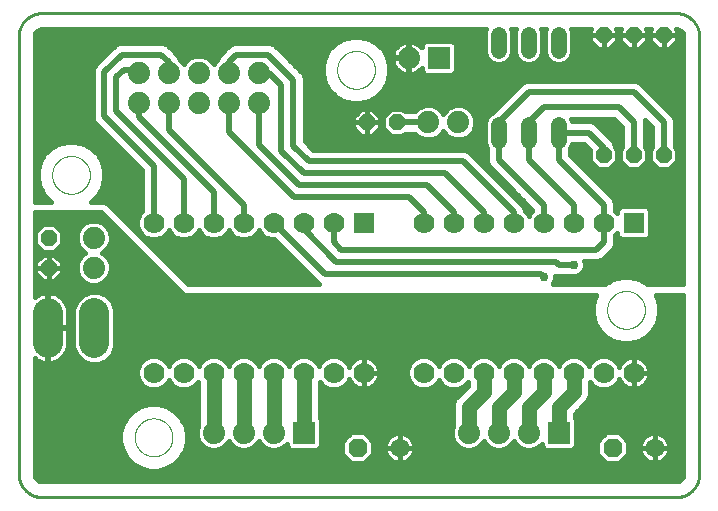
<source format=gtl>
G75*
%MOIN*%
%OFA0B0*%
%FSLAX25Y25*%
%IPPOS*%
%LPD*%
%AMOC8*
5,1,8,0,0,1.08239X$1,22.5*
%
%ADD10C,0.00000*%
%ADD11C,0.01000*%
%ADD12C,0.07400*%
%ADD13R,0.07400X0.07400*%
%ADD14C,0.10000*%
%ADD15OC8,0.05200*%
%ADD16R,0.07000X0.07000*%
%ADD17C,0.07000*%
%ADD18OC8,0.06300*%
%ADD19C,0.06300*%
%ADD20C,0.05200*%
%ADD21C,0.05000*%
%ADD22C,0.01600*%
%ADD23C,0.02000*%
%ADD24C,0.02978*%
D10*
X0043001Y0026800D02*
X0043003Y0026958D01*
X0043009Y0027116D01*
X0043019Y0027274D01*
X0043033Y0027432D01*
X0043051Y0027589D01*
X0043072Y0027746D01*
X0043098Y0027902D01*
X0043128Y0028058D01*
X0043161Y0028213D01*
X0043199Y0028366D01*
X0043240Y0028519D01*
X0043285Y0028671D01*
X0043334Y0028822D01*
X0043387Y0028971D01*
X0043443Y0029119D01*
X0043503Y0029265D01*
X0043567Y0029410D01*
X0043635Y0029553D01*
X0043706Y0029695D01*
X0043780Y0029835D01*
X0043858Y0029972D01*
X0043940Y0030108D01*
X0044024Y0030242D01*
X0044113Y0030373D01*
X0044204Y0030502D01*
X0044299Y0030629D01*
X0044396Y0030754D01*
X0044497Y0030876D01*
X0044601Y0030995D01*
X0044708Y0031112D01*
X0044818Y0031226D01*
X0044931Y0031337D01*
X0045046Y0031446D01*
X0045164Y0031551D01*
X0045285Y0031653D01*
X0045408Y0031753D01*
X0045534Y0031849D01*
X0045662Y0031942D01*
X0045792Y0032032D01*
X0045925Y0032118D01*
X0046060Y0032202D01*
X0046196Y0032281D01*
X0046335Y0032358D01*
X0046476Y0032430D01*
X0046618Y0032500D01*
X0046762Y0032565D01*
X0046908Y0032627D01*
X0047055Y0032685D01*
X0047204Y0032740D01*
X0047354Y0032791D01*
X0047505Y0032838D01*
X0047657Y0032881D01*
X0047810Y0032920D01*
X0047965Y0032956D01*
X0048120Y0032987D01*
X0048276Y0033015D01*
X0048432Y0033039D01*
X0048589Y0033059D01*
X0048747Y0033075D01*
X0048904Y0033087D01*
X0049063Y0033095D01*
X0049221Y0033099D01*
X0049379Y0033099D01*
X0049537Y0033095D01*
X0049696Y0033087D01*
X0049853Y0033075D01*
X0050011Y0033059D01*
X0050168Y0033039D01*
X0050324Y0033015D01*
X0050480Y0032987D01*
X0050635Y0032956D01*
X0050790Y0032920D01*
X0050943Y0032881D01*
X0051095Y0032838D01*
X0051246Y0032791D01*
X0051396Y0032740D01*
X0051545Y0032685D01*
X0051692Y0032627D01*
X0051838Y0032565D01*
X0051982Y0032500D01*
X0052124Y0032430D01*
X0052265Y0032358D01*
X0052404Y0032281D01*
X0052540Y0032202D01*
X0052675Y0032118D01*
X0052808Y0032032D01*
X0052938Y0031942D01*
X0053066Y0031849D01*
X0053192Y0031753D01*
X0053315Y0031653D01*
X0053436Y0031551D01*
X0053554Y0031446D01*
X0053669Y0031337D01*
X0053782Y0031226D01*
X0053892Y0031112D01*
X0053999Y0030995D01*
X0054103Y0030876D01*
X0054204Y0030754D01*
X0054301Y0030629D01*
X0054396Y0030502D01*
X0054487Y0030373D01*
X0054576Y0030242D01*
X0054660Y0030108D01*
X0054742Y0029972D01*
X0054820Y0029835D01*
X0054894Y0029695D01*
X0054965Y0029553D01*
X0055033Y0029410D01*
X0055097Y0029265D01*
X0055157Y0029119D01*
X0055213Y0028971D01*
X0055266Y0028822D01*
X0055315Y0028671D01*
X0055360Y0028519D01*
X0055401Y0028366D01*
X0055439Y0028213D01*
X0055472Y0028058D01*
X0055502Y0027902D01*
X0055528Y0027746D01*
X0055549Y0027589D01*
X0055567Y0027432D01*
X0055581Y0027274D01*
X0055591Y0027116D01*
X0055597Y0026958D01*
X0055599Y0026800D01*
X0055597Y0026642D01*
X0055591Y0026484D01*
X0055581Y0026326D01*
X0055567Y0026168D01*
X0055549Y0026011D01*
X0055528Y0025854D01*
X0055502Y0025698D01*
X0055472Y0025542D01*
X0055439Y0025387D01*
X0055401Y0025234D01*
X0055360Y0025081D01*
X0055315Y0024929D01*
X0055266Y0024778D01*
X0055213Y0024629D01*
X0055157Y0024481D01*
X0055097Y0024335D01*
X0055033Y0024190D01*
X0054965Y0024047D01*
X0054894Y0023905D01*
X0054820Y0023765D01*
X0054742Y0023628D01*
X0054660Y0023492D01*
X0054576Y0023358D01*
X0054487Y0023227D01*
X0054396Y0023098D01*
X0054301Y0022971D01*
X0054204Y0022846D01*
X0054103Y0022724D01*
X0053999Y0022605D01*
X0053892Y0022488D01*
X0053782Y0022374D01*
X0053669Y0022263D01*
X0053554Y0022154D01*
X0053436Y0022049D01*
X0053315Y0021947D01*
X0053192Y0021847D01*
X0053066Y0021751D01*
X0052938Y0021658D01*
X0052808Y0021568D01*
X0052675Y0021482D01*
X0052540Y0021398D01*
X0052404Y0021319D01*
X0052265Y0021242D01*
X0052124Y0021170D01*
X0051982Y0021100D01*
X0051838Y0021035D01*
X0051692Y0020973D01*
X0051545Y0020915D01*
X0051396Y0020860D01*
X0051246Y0020809D01*
X0051095Y0020762D01*
X0050943Y0020719D01*
X0050790Y0020680D01*
X0050635Y0020644D01*
X0050480Y0020613D01*
X0050324Y0020585D01*
X0050168Y0020561D01*
X0050011Y0020541D01*
X0049853Y0020525D01*
X0049696Y0020513D01*
X0049537Y0020505D01*
X0049379Y0020501D01*
X0049221Y0020501D01*
X0049063Y0020505D01*
X0048904Y0020513D01*
X0048747Y0020525D01*
X0048589Y0020541D01*
X0048432Y0020561D01*
X0048276Y0020585D01*
X0048120Y0020613D01*
X0047965Y0020644D01*
X0047810Y0020680D01*
X0047657Y0020719D01*
X0047505Y0020762D01*
X0047354Y0020809D01*
X0047204Y0020860D01*
X0047055Y0020915D01*
X0046908Y0020973D01*
X0046762Y0021035D01*
X0046618Y0021100D01*
X0046476Y0021170D01*
X0046335Y0021242D01*
X0046196Y0021319D01*
X0046060Y0021398D01*
X0045925Y0021482D01*
X0045792Y0021568D01*
X0045662Y0021658D01*
X0045534Y0021751D01*
X0045408Y0021847D01*
X0045285Y0021947D01*
X0045164Y0022049D01*
X0045046Y0022154D01*
X0044931Y0022263D01*
X0044818Y0022374D01*
X0044708Y0022488D01*
X0044601Y0022605D01*
X0044497Y0022724D01*
X0044396Y0022846D01*
X0044299Y0022971D01*
X0044204Y0023098D01*
X0044113Y0023227D01*
X0044024Y0023358D01*
X0043940Y0023492D01*
X0043858Y0023628D01*
X0043780Y0023765D01*
X0043706Y0023905D01*
X0043635Y0024047D01*
X0043567Y0024190D01*
X0043503Y0024335D01*
X0043443Y0024481D01*
X0043387Y0024629D01*
X0043334Y0024778D01*
X0043285Y0024929D01*
X0043240Y0025081D01*
X0043199Y0025234D01*
X0043161Y0025387D01*
X0043128Y0025542D01*
X0043098Y0025698D01*
X0043072Y0025854D01*
X0043051Y0026011D01*
X0043033Y0026168D01*
X0043019Y0026326D01*
X0043009Y0026484D01*
X0043003Y0026642D01*
X0043001Y0026800D01*
X0015481Y0114280D02*
X0015483Y0114438D01*
X0015489Y0114596D01*
X0015499Y0114754D01*
X0015513Y0114912D01*
X0015531Y0115069D01*
X0015552Y0115226D01*
X0015578Y0115382D01*
X0015608Y0115538D01*
X0015641Y0115693D01*
X0015679Y0115846D01*
X0015720Y0115999D01*
X0015765Y0116151D01*
X0015814Y0116302D01*
X0015867Y0116451D01*
X0015923Y0116599D01*
X0015983Y0116745D01*
X0016047Y0116890D01*
X0016115Y0117033D01*
X0016186Y0117175D01*
X0016260Y0117315D01*
X0016338Y0117452D01*
X0016420Y0117588D01*
X0016504Y0117722D01*
X0016593Y0117853D01*
X0016684Y0117982D01*
X0016779Y0118109D01*
X0016876Y0118234D01*
X0016977Y0118356D01*
X0017081Y0118475D01*
X0017188Y0118592D01*
X0017298Y0118706D01*
X0017411Y0118817D01*
X0017526Y0118926D01*
X0017644Y0119031D01*
X0017765Y0119133D01*
X0017888Y0119233D01*
X0018014Y0119329D01*
X0018142Y0119422D01*
X0018272Y0119512D01*
X0018405Y0119598D01*
X0018540Y0119682D01*
X0018676Y0119761D01*
X0018815Y0119838D01*
X0018956Y0119910D01*
X0019098Y0119980D01*
X0019242Y0120045D01*
X0019388Y0120107D01*
X0019535Y0120165D01*
X0019684Y0120220D01*
X0019834Y0120271D01*
X0019985Y0120318D01*
X0020137Y0120361D01*
X0020290Y0120400D01*
X0020445Y0120436D01*
X0020600Y0120467D01*
X0020756Y0120495D01*
X0020912Y0120519D01*
X0021069Y0120539D01*
X0021227Y0120555D01*
X0021384Y0120567D01*
X0021543Y0120575D01*
X0021701Y0120579D01*
X0021859Y0120579D01*
X0022017Y0120575D01*
X0022176Y0120567D01*
X0022333Y0120555D01*
X0022491Y0120539D01*
X0022648Y0120519D01*
X0022804Y0120495D01*
X0022960Y0120467D01*
X0023115Y0120436D01*
X0023270Y0120400D01*
X0023423Y0120361D01*
X0023575Y0120318D01*
X0023726Y0120271D01*
X0023876Y0120220D01*
X0024025Y0120165D01*
X0024172Y0120107D01*
X0024318Y0120045D01*
X0024462Y0119980D01*
X0024604Y0119910D01*
X0024745Y0119838D01*
X0024884Y0119761D01*
X0025020Y0119682D01*
X0025155Y0119598D01*
X0025288Y0119512D01*
X0025418Y0119422D01*
X0025546Y0119329D01*
X0025672Y0119233D01*
X0025795Y0119133D01*
X0025916Y0119031D01*
X0026034Y0118926D01*
X0026149Y0118817D01*
X0026262Y0118706D01*
X0026372Y0118592D01*
X0026479Y0118475D01*
X0026583Y0118356D01*
X0026684Y0118234D01*
X0026781Y0118109D01*
X0026876Y0117982D01*
X0026967Y0117853D01*
X0027056Y0117722D01*
X0027140Y0117588D01*
X0027222Y0117452D01*
X0027300Y0117315D01*
X0027374Y0117175D01*
X0027445Y0117033D01*
X0027513Y0116890D01*
X0027577Y0116745D01*
X0027637Y0116599D01*
X0027693Y0116451D01*
X0027746Y0116302D01*
X0027795Y0116151D01*
X0027840Y0115999D01*
X0027881Y0115846D01*
X0027919Y0115693D01*
X0027952Y0115538D01*
X0027982Y0115382D01*
X0028008Y0115226D01*
X0028029Y0115069D01*
X0028047Y0114912D01*
X0028061Y0114754D01*
X0028071Y0114596D01*
X0028077Y0114438D01*
X0028079Y0114280D01*
X0028077Y0114122D01*
X0028071Y0113964D01*
X0028061Y0113806D01*
X0028047Y0113648D01*
X0028029Y0113491D01*
X0028008Y0113334D01*
X0027982Y0113178D01*
X0027952Y0113022D01*
X0027919Y0112867D01*
X0027881Y0112714D01*
X0027840Y0112561D01*
X0027795Y0112409D01*
X0027746Y0112258D01*
X0027693Y0112109D01*
X0027637Y0111961D01*
X0027577Y0111815D01*
X0027513Y0111670D01*
X0027445Y0111527D01*
X0027374Y0111385D01*
X0027300Y0111245D01*
X0027222Y0111108D01*
X0027140Y0110972D01*
X0027056Y0110838D01*
X0026967Y0110707D01*
X0026876Y0110578D01*
X0026781Y0110451D01*
X0026684Y0110326D01*
X0026583Y0110204D01*
X0026479Y0110085D01*
X0026372Y0109968D01*
X0026262Y0109854D01*
X0026149Y0109743D01*
X0026034Y0109634D01*
X0025916Y0109529D01*
X0025795Y0109427D01*
X0025672Y0109327D01*
X0025546Y0109231D01*
X0025418Y0109138D01*
X0025288Y0109048D01*
X0025155Y0108962D01*
X0025020Y0108878D01*
X0024884Y0108799D01*
X0024745Y0108722D01*
X0024604Y0108650D01*
X0024462Y0108580D01*
X0024318Y0108515D01*
X0024172Y0108453D01*
X0024025Y0108395D01*
X0023876Y0108340D01*
X0023726Y0108289D01*
X0023575Y0108242D01*
X0023423Y0108199D01*
X0023270Y0108160D01*
X0023115Y0108124D01*
X0022960Y0108093D01*
X0022804Y0108065D01*
X0022648Y0108041D01*
X0022491Y0108021D01*
X0022333Y0108005D01*
X0022176Y0107993D01*
X0022017Y0107985D01*
X0021859Y0107981D01*
X0021701Y0107981D01*
X0021543Y0107985D01*
X0021384Y0107993D01*
X0021227Y0108005D01*
X0021069Y0108021D01*
X0020912Y0108041D01*
X0020756Y0108065D01*
X0020600Y0108093D01*
X0020445Y0108124D01*
X0020290Y0108160D01*
X0020137Y0108199D01*
X0019985Y0108242D01*
X0019834Y0108289D01*
X0019684Y0108340D01*
X0019535Y0108395D01*
X0019388Y0108453D01*
X0019242Y0108515D01*
X0019098Y0108580D01*
X0018956Y0108650D01*
X0018815Y0108722D01*
X0018676Y0108799D01*
X0018540Y0108878D01*
X0018405Y0108962D01*
X0018272Y0109048D01*
X0018142Y0109138D01*
X0018014Y0109231D01*
X0017888Y0109327D01*
X0017765Y0109427D01*
X0017644Y0109529D01*
X0017526Y0109634D01*
X0017411Y0109743D01*
X0017298Y0109854D01*
X0017188Y0109968D01*
X0017081Y0110085D01*
X0016977Y0110204D01*
X0016876Y0110326D01*
X0016779Y0110451D01*
X0016684Y0110578D01*
X0016593Y0110707D01*
X0016504Y0110838D01*
X0016420Y0110972D01*
X0016338Y0111108D01*
X0016260Y0111245D01*
X0016186Y0111385D01*
X0016115Y0111527D01*
X0016047Y0111670D01*
X0015983Y0111815D01*
X0015923Y0111961D01*
X0015867Y0112109D01*
X0015814Y0112258D01*
X0015765Y0112409D01*
X0015720Y0112561D01*
X0015679Y0112714D01*
X0015641Y0112867D01*
X0015608Y0113022D01*
X0015578Y0113178D01*
X0015552Y0113334D01*
X0015531Y0113491D01*
X0015513Y0113648D01*
X0015499Y0113806D01*
X0015489Y0113964D01*
X0015483Y0114122D01*
X0015481Y0114280D01*
X0110481Y0149280D02*
X0110483Y0149438D01*
X0110489Y0149596D01*
X0110499Y0149754D01*
X0110513Y0149912D01*
X0110531Y0150069D01*
X0110552Y0150226D01*
X0110578Y0150382D01*
X0110608Y0150538D01*
X0110641Y0150693D01*
X0110679Y0150846D01*
X0110720Y0150999D01*
X0110765Y0151151D01*
X0110814Y0151302D01*
X0110867Y0151451D01*
X0110923Y0151599D01*
X0110983Y0151745D01*
X0111047Y0151890D01*
X0111115Y0152033D01*
X0111186Y0152175D01*
X0111260Y0152315D01*
X0111338Y0152452D01*
X0111420Y0152588D01*
X0111504Y0152722D01*
X0111593Y0152853D01*
X0111684Y0152982D01*
X0111779Y0153109D01*
X0111876Y0153234D01*
X0111977Y0153356D01*
X0112081Y0153475D01*
X0112188Y0153592D01*
X0112298Y0153706D01*
X0112411Y0153817D01*
X0112526Y0153926D01*
X0112644Y0154031D01*
X0112765Y0154133D01*
X0112888Y0154233D01*
X0113014Y0154329D01*
X0113142Y0154422D01*
X0113272Y0154512D01*
X0113405Y0154598D01*
X0113540Y0154682D01*
X0113676Y0154761D01*
X0113815Y0154838D01*
X0113956Y0154910D01*
X0114098Y0154980D01*
X0114242Y0155045D01*
X0114388Y0155107D01*
X0114535Y0155165D01*
X0114684Y0155220D01*
X0114834Y0155271D01*
X0114985Y0155318D01*
X0115137Y0155361D01*
X0115290Y0155400D01*
X0115445Y0155436D01*
X0115600Y0155467D01*
X0115756Y0155495D01*
X0115912Y0155519D01*
X0116069Y0155539D01*
X0116227Y0155555D01*
X0116384Y0155567D01*
X0116543Y0155575D01*
X0116701Y0155579D01*
X0116859Y0155579D01*
X0117017Y0155575D01*
X0117176Y0155567D01*
X0117333Y0155555D01*
X0117491Y0155539D01*
X0117648Y0155519D01*
X0117804Y0155495D01*
X0117960Y0155467D01*
X0118115Y0155436D01*
X0118270Y0155400D01*
X0118423Y0155361D01*
X0118575Y0155318D01*
X0118726Y0155271D01*
X0118876Y0155220D01*
X0119025Y0155165D01*
X0119172Y0155107D01*
X0119318Y0155045D01*
X0119462Y0154980D01*
X0119604Y0154910D01*
X0119745Y0154838D01*
X0119884Y0154761D01*
X0120020Y0154682D01*
X0120155Y0154598D01*
X0120288Y0154512D01*
X0120418Y0154422D01*
X0120546Y0154329D01*
X0120672Y0154233D01*
X0120795Y0154133D01*
X0120916Y0154031D01*
X0121034Y0153926D01*
X0121149Y0153817D01*
X0121262Y0153706D01*
X0121372Y0153592D01*
X0121479Y0153475D01*
X0121583Y0153356D01*
X0121684Y0153234D01*
X0121781Y0153109D01*
X0121876Y0152982D01*
X0121967Y0152853D01*
X0122056Y0152722D01*
X0122140Y0152588D01*
X0122222Y0152452D01*
X0122300Y0152315D01*
X0122374Y0152175D01*
X0122445Y0152033D01*
X0122513Y0151890D01*
X0122577Y0151745D01*
X0122637Y0151599D01*
X0122693Y0151451D01*
X0122746Y0151302D01*
X0122795Y0151151D01*
X0122840Y0150999D01*
X0122881Y0150846D01*
X0122919Y0150693D01*
X0122952Y0150538D01*
X0122982Y0150382D01*
X0123008Y0150226D01*
X0123029Y0150069D01*
X0123047Y0149912D01*
X0123061Y0149754D01*
X0123071Y0149596D01*
X0123077Y0149438D01*
X0123079Y0149280D01*
X0123077Y0149122D01*
X0123071Y0148964D01*
X0123061Y0148806D01*
X0123047Y0148648D01*
X0123029Y0148491D01*
X0123008Y0148334D01*
X0122982Y0148178D01*
X0122952Y0148022D01*
X0122919Y0147867D01*
X0122881Y0147714D01*
X0122840Y0147561D01*
X0122795Y0147409D01*
X0122746Y0147258D01*
X0122693Y0147109D01*
X0122637Y0146961D01*
X0122577Y0146815D01*
X0122513Y0146670D01*
X0122445Y0146527D01*
X0122374Y0146385D01*
X0122300Y0146245D01*
X0122222Y0146108D01*
X0122140Y0145972D01*
X0122056Y0145838D01*
X0121967Y0145707D01*
X0121876Y0145578D01*
X0121781Y0145451D01*
X0121684Y0145326D01*
X0121583Y0145204D01*
X0121479Y0145085D01*
X0121372Y0144968D01*
X0121262Y0144854D01*
X0121149Y0144743D01*
X0121034Y0144634D01*
X0120916Y0144529D01*
X0120795Y0144427D01*
X0120672Y0144327D01*
X0120546Y0144231D01*
X0120418Y0144138D01*
X0120288Y0144048D01*
X0120155Y0143962D01*
X0120020Y0143878D01*
X0119884Y0143799D01*
X0119745Y0143722D01*
X0119604Y0143650D01*
X0119462Y0143580D01*
X0119318Y0143515D01*
X0119172Y0143453D01*
X0119025Y0143395D01*
X0118876Y0143340D01*
X0118726Y0143289D01*
X0118575Y0143242D01*
X0118423Y0143199D01*
X0118270Y0143160D01*
X0118115Y0143124D01*
X0117960Y0143093D01*
X0117804Y0143065D01*
X0117648Y0143041D01*
X0117491Y0143021D01*
X0117333Y0143005D01*
X0117176Y0142993D01*
X0117017Y0142985D01*
X0116859Y0142981D01*
X0116701Y0142981D01*
X0116543Y0142985D01*
X0116384Y0142993D01*
X0116227Y0143005D01*
X0116069Y0143021D01*
X0115912Y0143041D01*
X0115756Y0143065D01*
X0115600Y0143093D01*
X0115445Y0143124D01*
X0115290Y0143160D01*
X0115137Y0143199D01*
X0114985Y0143242D01*
X0114834Y0143289D01*
X0114684Y0143340D01*
X0114535Y0143395D01*
X0114388Y0143453D01*
X0114242Y0143515D01*
X0114098Y0143580D01*
X0113956Y0143650D01*
X0113815Y0143722D01*
X0113676Y0143799D01*
X0113540Y0143878D01*
X0113405Y0143962D01*
X0113272Y0144048D01*
X0113142Y0144138D01*
X0113014Y0144231D01*
X0112888Y0144327D01*
X0112765Y0144427D01*
X0112644Y0144529D01*
X0112526Y0144634D01*
X0112411Y0144743D01*
X0112298Y0144854D01*
X0112188Y0144968D01*
X0112081Y0145085D01*
X0111977Y0145204D01*
X0111876Y0145326D01*
X0111779Y0145451D01*
X0111684Y0145578D01*
X0111593Y0145707D01*
X0111504Y0145838D01*
X0111420Y0145972D01*
X0111338Y0146108D01*
X0111260Y0146245D01*
X0111186Y0146385D01*
X0111115Y0146527D01*
X0111047Y0146670D01*
X0110983Y0146815D01*
X0110923Y0146961D01*
X0110867Y0147109D01*
X0110814Y0147258D01*
X0110765Y0147409D01*
X0110720Y0147561D01*
X0110679Y0147714D01*
X0110641Y0147867D01*
X0110608Y0148022D01*
X0110578Y0148178D01*
X0110552Y0148334D01*
X0110531Y0148491D01*
X0110513Y0148648D01*
X0110499Y0148806D01*
X0110489Y0148964D01*
X0110483Y0149122D01*
X0110481Y0149280D01*
X0200481Y0069280D02*
X0200483Y0069438D01*
X0200489Y0069596D01*
X0200499Y0069754D01*
X0200513Y0069912D01*
X0200531Y0070069D01*
X0200552Y0070226D01*
X0200578Y0070382D01*
X0200608Y0070538D01*
X0200641Y0070693D01*
X0200679Y0070846D01*
X0200720Y0070999D01*
X0200765Y0071151D01*
X0200814Y0071302D01*
X0200867Y0071451D01*
X0200923Y0071599D01*
X0200983Y0071745D01*
X0201047Y0071890D01*
X0201115Y0072033D01*
X0201186Y0072175D01*
X0201260Y0072315D01*
X0201338Y0072452D01*
X0201420Y0072588D01*
X0201504Y0072722D01*
X0201593Y0072853D01*
X0201684Y0072982D01*
X0201779Y0073109D01*
X0201876Y0073234D01*
X0201977Y0073356D01*
X0202081Y0073475D01*
X0202188Y0073592D01*
X0202298Y0073706D01*
X0202411Y0073817D01*
X0202526Y0073926D01*
X0202644Y0074031D01*
X0202765Y0074133D01*
X0202888Y0074233D01*
X0203014Y0074329D01*
X0203142Y0074422D01*
X0203272Y0074512D01*
X0203405Y0074598D01*
X0203540Y0074682D01*
X0203676Y0074761D01*
X0203815Y0074838D01*
X0203956Y0074910D01*
X0204098Y0074980D01*
X0204242Y0075045D01*
X0204388Y0075107D01*
X0204535Y0075165D01*
X0204684Y0075220D01*
X0204834Y0075271D01*
X0204985Y0075318D01*
X0205137Y0075361D01*
X0205290Y0075400D01*
X0205445Y0075436D01*
X0205600Y0075467D01*
X0205756Y0075495D01*
X0205912Y0075519D01*
X0206069Y0075539D01*
X0206227Y0075555D01*
X0206384Y0075567D01*
X0206543Y0075575D01*
X0206701Y0075579D01*
X0206859Y0075579D01*
X0207017Y0075575D01*
X0207176Y0075567D01*
X0207333Y0075555D01*
X0207491Y0075539D01*
X0207648Y0075519D01*
X0207804Y0075495D01*
X0207960Y0075467D01*
X0208115Y0075436D01*
X0208270Y0075400D01*
X0208423Y0075361D01*
X0208575Y0075318D01*
X0208726Y0075271D01*
X0208876Y0075220D01*
X0209025Y0075165D01*
X0209172Y0075107D01*
X0209318Y0075045D01*
X0209462Y0074980D01*
X0209604Y0074910D01*
X0209745Y0074838D01*
X0209884Y0074761D01*
X0210020Y0074682D01*
X0210155Y0074598D01*
X0210288Y0074512D01*
X0210418Y0074422D01*
X0210546Y0074329D01*
X0210672Y0074233D01*
X0210795Y0074133D01*
X0210916Y0074031D01*
X0211034Y0073926D01*
X0211149Y0073817D01*
X0211262Y0073706D01*
X0211372Y0073592D01*
X0211479Y0073475D01*
X0211583Y0073356D01*
X0211684Y0073234D01*
X0211781Y0073109D01*
X0211876Y0072982D01*
X0211967Y0072853D01*
X0212056Y0072722D01*
X0212140Y0072588D01*
X0212222Y0072452D01*
X0212300Y0072315D01*
X0212374Y0072175D01*
X0212445Y0072033D01*
X0212513Y0071890D01*
X0212577Y0071745D01*
X0212637Y0071599D01*
X0212693Y0071451D01*
X0212746Y0071302D01*
X0212795Y0071151D01*
X0212840Y0070999D01*
X0212881Y0070846D01*
X0212919Y0070693D01*
X0212952Y0070538D01*
X0212982Y0070382D01*
X0213008Y0070226D01*
X0213029Y0070069D01*
X0213047Y0069912D01*
X0213061Y0069754D01*
X0213071Y0069596D01*
X0213077Y0069438D01*
X0213079Y0069280D01*
X0213077Y0069122D01*
X0213071Y0068964D01*
X0213061Y0068806D01*
X0213047Y0068648D01*
X0213029Y0068491D01*
X0213008Y0068334D01*
X0212982Y0068178D01*
X0212952Y0068022D01*
X0212919Y0067867D01*
X0212881Y0067714D01*
X0212840Y0067561D01*
X0212795Y0067409D01*
X0212746Y0067258D01*
X0212693Y0067109D01*
X0212637Y0066961D01*
X0212577Y0066815D01*
X0212513Y0066670D01*
X0212445Y0066527D01*
X0212374Y0066385D01*
X0212300Y0066245D01*
X0212222Y0066108D01*
X0212140Y0065972D01*
X0212056Y0065838D01*
X0211967Y0065707D01*
X0211876Y0065578D01*
X0211781Y0065451D01*
X0211684Y0065326D01*
X0211583Y0065204D01*
X0211479Y0065085D01*
X0211372Y0064968D01*
X0211262Y0064854D01*
X0211149Y0064743D01*
X0211034Y0064634D01*
X0210916Y0064529D01*
X0210795Y0064427D01*
X0210672Y0064327D01*
X0210546Y0064231D01*
X0210418Y0064138D01*
X0210288Y0064048D01*
X0210155Y0063962D01*
X0210020Y0063878D01*
X0209884Y0063799D01*
X0209745Y0063722D01*
X0209604Y0063650D01*
X0209462Y0063580D01*
X0209318Y0063515D01*
X0209172Y0063453D01*
X0209025Y0063395D01*
X0208876Y0063340D01*
X0208726Y0063289D01*
X0208575Y0063242D01*
X0208423Y0063199D01*
X0208270Y0063160D01*
X0208115Y0063124D01*
X0207960Y0063093D01*
X0207804Y0063065D01*
X0207648Y0063041D01*
X0207491Y0063021D01*
X0207333Y0063005D01*
X0207176Y0062993D01*
X0207017Y0062985D01*
X0206859Y0062981D01*
X0206701Y0062981D01*
X0206543Y0062985D01*
X0206384Y0062993D01*
X0206227Y0063005D01*
X0206069Y0063021D01*
X0205912Y0063041D01*
X0205756Y0063065D01*
X0205600Y0063093D01*
X0205445Y0063124D01*
X0205290Y0063160D01*
X0205137Y0063199D01*
X0204985Y0063242D01*
X0204834Y0063289D01*
X0204684Y0063340D01*
X0204535Y0063395D01*
X0204388Y0063453D01*
X0204242Y0063515D01*
X0204098Y0063580D01*
X0203956Y0063650D01*
X0203815Y0063722D01*
X0203676Y0063799D01*
X0203540Y0063878D01*
X0203405Y0063962D01*
X0203272Y0064048D01*
X0203142Y0064138D01*
X0203014Y0064231D01*
X0202888Y0064327D01*
X0202765Y0064427D01*
X0202644Y0064529D01*
X0202526Y0064634D01*
X0202411Y0064743D01*
X0202298Y0064854D01*
X0202188Y0064968D01*
X0202081Y0065085D01*
X0201977Y0065204D01*
X0201876Y0065326D01*
X0201779Y0065451D01*
X0201684Y0065578D01*
X0201593Y0065707D01*
X0201504Y0065838D01*
X0201420Y0065972D01*
X0201338Y0066108D01*
X0201260Y0066245D01*
X0201186Y0066385D01*
X0201115Y0066527D01*
X0201047Y0066670D01*
X0200983Y0066815D01*
X0200923Y0066961D01*
X0200867Y0067109D01*
X0200814Y0067258D01*
X0200765Y0067409D01*
X0200720Y0067561D01*
X0200679Y0067714D01*
X0200641Y0067867D01*
X0200608Y0068022D01*
X0200578Y0068178D01*
X0200552Y0068334D01*
X0200531Y0068491D01*
X0200513Y0068648D01*
X0200499Y0068806D01*
X0200489Y0068964D01*
X0200483Y0069122D01*
X0200481Y0069280D01*
D11*
X0223335Y0006800D02*
X0012174Y0006800D01*
X0011984Y0006802D01*
X0011794Y0006809D01*
X0011604Y0006821D01*
X0011414Y0006837D01*
X0011225Y0006857D01*
X0011036Y0006883D01*
X0010848Y0006912D01*
X0010661Y0006947D01*
X0010475Y0006986D01*
X0010290Y0007029D01*
X0010105Y0007077D01*
X0009922Y0007129D01*
X0009741Y0007185D01*
X0009561Y0007246D01*
X0009382Y0007312D01*
X0009205Y0007381D01*
X0009029Y0007455D01*
X0008856Y0007533D01*
X0008684Y0007616D01*
X0008515Y0007702D01*
X0008347Y0007792D01*
X0008182Y0007887D01*
X0008019Y0007985D01*
X0007859Y0008088D01*
X0007701Y0008194D01*
X0007546Y0008304D01*
X0007393Y0008417D01*
X0007243Y0008535D01*
X0007097Y0008656D01*
X0006953Y0008780D01*
X0006812Y0008908D01*
X0006674Y0009039D01*
X0006539Y0009174D01*
X0006408Y0009312D01*
X0006280Y0009453D01*
X0006156Y0009597D01*
X0006035Y0009743D01*
X0005917Y0009893D01*
X0005804Y0010046D01*
X0005694Y0010201D01*
X0005588Y0010359D01*
X0005485Y0010519D01*
X0005387Y0010682D01*
X0005292Y0010847D01*
X0005202Y0011015D01*
X0005116Y0011184D01*
X0005033Y0011356D01*
X0004955Y0011529D01*
X0004881Y0011705D01*
X0004812Y0011882D01*
X0004746Y0012061D01*
X0004685Y0012241D01*
X0004629Y0012422D01*
X0004577Y0012605D01*
X0004529Y0012790D01*
X0004486Y0012975D01*
X0004447Y0013161D01*
X0004412Y0013348D01*
X0004383Y0013536D01*
X0004357Y0013725D01*
X0004337Y0013914D01*
X0004321Y0014104D01*
X0004309Y0014294D01*
X0004302Y0014484D01*
X0004300Y0014674D01*
X0004300Y0160343D01*
X0004302Y0160533D01*
X0004309Y0160723D01*
X0004321Y0160913D01*
X0004337Y0161103D01*
X0004357Y0161292D01*
X0004383Y0161481D01*
X0004412Y0161669D01*
X0004447Y0161856D01*
X0004486Y0162042D01*
X0004529Y0162227D01*
X0004577Y0162412D01*
X0004629Y0162595D01*
X0004685Y0162776D01*
X0004746Y0162956D01*
X0004812Y0163135D01*
X0004881Y0163312D01*
X0004955Y0163488D01*
X0005033Y0163661D01*
X0005116Y0163833D01*
X0005202Y0164002D01*
X0005292Y0164170D01*
X0005387Y0164335D01*
X0005485Y0164498D01*
X0005588Y0164658D01*
X0005694Y0164816D01*
X0005804Y0164971D01*
X0005917Y0165124D01*
X0006035Y0165274D01*
X0006156Y0165420D01*
X0006280Y0165564D01*
X0006408Y0165705D01*
X0006539Y0165843D01*
X0006674Y0165978D01*
X0006812Y0166109D01*
X0006953Y0166237D01*
X0007097Y0166361D01*
X0007243Y0166482D01*
X0007393Y0166600D01*
X0007546Y0166713D01*
X0007701Y0166823D01*
X0007859Y0166929D01*
X0008019Y0167032D01*
X0008182Y0167130D01*
X0008347Y0167225D01*
X0008515Y0167315D01*
X0008684Y0167401D01*
X0008856Y0167484D01*
X0009029Y0167562D01*
X0009205Y0167636D01*
X0009382Y0167705D01*
X0009561Y0167771D01*
X0009741Y0167832D01*
X0009922Y0167888D01*
X0010105Y0167940D01*
X0010290Y0167988D01*
X0010475Y0168031D01*
X0010661Y0168070D01*
X0010848Y0168105D01*
X0011036Y0168134D01*
X0011225Y0168160D01*
X0011414Y0168180D01*
X0011604Y0168196D01*
X0011794Y0168208D01*
X0011984Y0168215D01*
X0012174Y0168217D01*
X0223335Y0168217D01*
X0223525Y0168215D01*
X0223715Y0168208D01*
X0223905Y0168196D01*
X0224095Y0168180D01*
X0224284Y0168160D01*
X0224473Y0168134D01*
X0224661Y0168105D01*
X0224848Y0168070D01*
X0225034Y0168031D01*
X0225219Y0167988D01*
X0225404Y0167940D01*
X0225587Y0167888D01*
X0225768Y0167832D01*
X0225948Y0167771D01*
X0226127Y0167705D01*
X0226304Y0167636D01*
X0226480Y0167562D01*
X0226653Y0167484D01*
X0226825Y0167401D01*
X0226994Y0167315D01*
X0227162Y0167225D01*
X0227327Y0167130D01*
X0227490Y0167032D01*
X0227650Y0166929D01*
X0227808Y0166823D01*
X0227963Y0166713D01*
X0228116Y0166600D01*
X0228266Y0166482D01*
X0228412Y0166361D01*
X0228556Y0166237D01*
X0228697Y0166109D01*
X0228835Y0165978D01*
X0228970Y0165843D01*
X0229101Y0165705D01*
X0229229Y0165564D01*
X0229353Y0165420D01*
X0229474Y0165274D01*
X0229592Y0165124D01*
X0229705Y0164971D01*
X0229815Y0164816D01*
X0229921Y0164658D01*
X0230024Y0164498D01*
X0230122Y0164335D01*
X0230217Y0164170D01*
X0230307Y0164002D01*
X0230393Y0163833D01*
X0230476Y0163661D01*
X0230554Y0163488D01*
X0230628Y0163312D01*
X0230697Y0163135D01*
X0230763Y0162956D01*
X0230824Y0162776D01*
X0230880Y0162595D01*
X0230932Y0162412D01*
X0230980Y0162227D01*
X0231023Y0162042D01*
X0231062Y0161856D01*
X0231097Y0161669D01*
X0231126Y0161481D01*
X0231152Y0161292D01*
X0231172Y0161103D01*
X0231188Y0160913D01*
X0231200Y0160723D01*
X0231207Y0160533D01*
X0231209Y0160343D01*
X0231209Y0014674D01*
X0231207Y0014484D01*
X0231200Y0014294D01*
X0231188Y0014104D01*
X0231172Y0013914D01*
X0231152Y0013725D01*
X0231126Y0013536D01*
X0231097Y0013348D01*
X0231062Y0013161D01*
X0231023Y0012975D01*
X0230980Y0012790D01*
X0230932Y0012605D01*
X0230880Y0012422D01*
X0230824Y0012241D01*
X0230763Y0012061D01*
X0230697Y0011882D01*
X0230628Y0011705D01*
X0230554Y0011529D01*
X0230476Y0011356D01*
X0230393Y0011184D01*
X0230307Y0011015D01*
X0230217Y0010847D01*
X0230122Y0010682D01*
X0230024Y0010519D01*
X0229921Y0010359D01*
X0229815Y0010201D01*
X0229705Y0010046D01*
X0229592Y0009893D01*
X0229474Y0009743D01*
X0229353Y0009597D01*
X0229229Y0009453D01*
X0229101Y0009312D01*
X0228970Y0009174D01*
X0228835Y0009039D01*
X0228697Y0008908D01*
X0228556Y0008780D01*
X0228412Y0008656D01*
X0228266Y0008535D01*
X0228116Y0008417D01*
X0227963Y0008304D01*
X0227808Y0008194D01*
X0227650Y0008088D01*
X0227490Y0007985D01*
X0227327Y0007887D01*
X0227162Y0007792D01*
X0226994Y0007702D01*
X0226825Y0007616D01*
X0226653Y0007533D01*
X0226480Y0007455D01*
X0226304Y0007381D01*
X0226127Y0007312D01*
X0225948Y0007246D01*
X0225768Y0007185D01*
X0225587Y0007129D01*
X0225404Y0007077D01*
X0225219Y0007029D01*
X0225034Y0006986D01*
X0224848Y0006947D01*
X0224661Y0006912D01*
X0224473Y0006883D01*
X0224284Y0006857D01*
X0224095Y0006837D01*
X0223905Y0006821D01*
X0223715Y0006809D01*
X0223525Y0006802D01*
X0223335Y0006800D01*
D12*
X0174300Y0028300D03*
X0164300Y0028300D03*
X0154300Y0028300D03*
X0089300Y0028300D03*
X0079300Y0028300D03*
X0069300Y0028300D03*
X0029300Y0083300D03*
X0029300Y0093300D03*
X0044300Y0138300D03*
X0054300Y0138300D03*
X0064300Y0138300D03*
X0074300Y0138300D03*
X0084300Y0138300D03*
X0084300Y0148300D03*
X0074300Y0148300D03*
X0064300Y0148300D03*
X0054300Y0148300D03*
X0044300Y0148300D03*
X0134300Y0153300D03*
X0140800Y0131800D03*
X0150800Y0131800D03*
D13*
X0144300Y0153300D03*
X0184300Y0028300D03*
X0099300Y0028300D03*
D14*
X0029595Y0058300D02*
X0029595Y0068300D01*
X0014005Y0068300D02*
X0014005Y0058300D01*
D15*
X0014300Y0083300D03*
X0014300Y0093300D03*
X0120300Y0131800D03*
X0130300Y0131800D03*
X0199300Y0120800D03*
X0209300Y0120800D03*
X0219300Y0120800D03*
X0219300Y0160800D03*
X0209300Y0160800D03*
X0199300Y0160800D03*
D16*
X0209300Y0098300D03*
X0119300Y0098300D03*
D17*
X0109300Y0098300D03*
X0099300Y0098300D03*
X0089300Y0098300D03*
X0079300Y0098300D03*
X0069300Y0098300D03*
X0059300Y0098300D03*
X0049300Y0098300D03*
X0049300Y0048300D03*
X0059300Y0048300D03*
X0069300Y0048300D03*
X0079300Y0048300D03*
X0089300Y0048300D03*
X0099300Y0048300D03*
X0109300Y0048300D03*
X0119300Y0048300D03*
X0139300Y0048300D03*
X0149300Y0048300D03*
X0159300Y0048300D03*
X0169300Y0048300D03*
X0179300Y0048300D03*
X0189300Y0048300D03*
X0199300Y0048300D03*
X0209300Y0048300D03*
X0199300Y0098300D03*
X0189300Y0098300D03*
X0179300Y0098300D03*
X0169300Y0098300D03*
X0159300Y0098300D03*
X0149300Y0098300D03*
X0139300Y0098300D03*
D18*
X0117300Y0023300D03*
X0202300Y0023300D03*
D19*
X0216300Y0023300D03*
X0131300Y0023300D03*
D20*
X0164300Y0125700D02*
X0164300Y0130900D01*
X0174300Y0130900D02*
X0174300Y0125700D01*
X0184300Y0125700D02*
X0184300Y0130900D01*
X0184300Y0155700D02*
X0184300Y0160900D01*
X0174300Y0160900D02*
X0174300Y0155700D01*
X0164300Y0155700D02*
X0164300Y0160900D01*
D21*
X0159300Y0048300D02*
X0159300Y0041800D01*
X0154300Y0036800D01*
X0154300Y0028300D01*
X0164300Y0028300D02*
X0164300Y0036800D01*
X0169300Y0041800D01*
X0169300Y0048300D01*
X0179300Y0048300D02*
X0179300Y0041800D01*
X0174300Y0036800D01*
X0174300Y0028300D01*
X0184300Y0028300D02*
X0184300Y0036800D01*
X0189300Y0041800D01*
X0189300Y0048300D01*
X0099300Y0048300D02*
X0099300Y0028300D01*
X0089300Y0028300D02*
X0089300Y0048300D01*
X0079300Y0048300D02*
X0079300Y0028300D01*
X0069300Y0028300D02*
X0069300Y0048300D01*
D22*
X0074300Y0050601D02*
X0073963Y0051415D01*
X0072415Y0052963D01*
X0070394Y0053800D01*
X0068206Y0053800D01*
X0066184Y0052963D01*
X0064637Y0051415D01*
X0064300Y0050601D01*
X0063963Y0051415D01*
X0062415Y0052963D01*
X0060394Y0053800D01*
X0058206Y0053800D01*
X0056184Y0052963D01*
X0054637Y0051415D01*
X0054300Y0050601D01*
X0053963Y0051415D01*
X0052415Y0052963D01*
X0050394Y0053800D01*
X0048206Y0053800D01*
X0046184Y0052963D01*
X0044637Y0051415D01*
X0043800Y0049394D01*
X0043800Y0047206D01*
X0044637Y0045184D01*
X0046184Y0043637D01*
X0048206Y0042800D01*
X0050394Y0042800D01*
X0052415Y0043637D01*
X0053963Y0045184D01*
X0054300Y0045999D01*
X0054637Y0045184D01*
X0056184Y0043637D01*
X0058206Y0042800D01*
X0060394Y0042800D01*
X0062415Y0043637D01*
X0063963Y0045184D01*
X0064000Y0045275D01*
X0064000Y0030399D01*
X0063600Y0029434D01*
X0063600Y0027166D01*
X0064468Y0025071D01*
X0066071Y0023468D01*
X0068166Y0022600D01*
X0070434Y0022600D01*
X0072529Y0023468D01*
X0074132Y0025071D01*
X0074300Y0025476D01*
X0074468Y0025071D01*
X0076071Y0023468D01*
X0078166Y0022600D01*
X0080434Y0022600D01*
X0082529Y0023468D01*
X0084132Y0025071D01*
X0084300Y0025476D01*
X0084468Y0025071D01*
X0086071Y0023468D01*
X0088166Y0022600D01*
X0090434Y0022600D01*
X0092529Y0023468D01*
X0093600Y0024539D01*
X0093600Y0023772D01*
X0094772Y0022600D01*
X0103828Y0022600D01*
X0105000Y0023772D01*
X0105000Y0032828D01*
X0104600Y0033228D01*
X0104600Y0045275D01*
X0104637Y0045184D01*
X0106184Y0043637D01*
X0108206Y0042800D01*
X0110394Y0042800D01*
X0112415Y0043637D01*
X0113963Y0045184D01*
X0114401Y0046242D01*
X0114767Y0045522D01*
X0115257Y0044847D01*
X0115847Y0044257D01*
X0116522Y0043767D01*
X0117266Y0043388D01*
X0118059Y0043130D01*
X0118883Y0043000D01*
X0119300Y0043000D01*
X0119717Y0043000D01*
X0120541Y0043130D01*
X0121334Y0043388D01*
X0122078Y0043767D01*
X0122753Y0044257D01*
X0123343Y0044847D01*
X0123833Y0045522D01*
X0124212Y0046266D01*
X0124469Y0047059D01*
X0124600Y0047883D01*
X0124600Y0048300D01*
X0124600Y0048717D01*
X0124469Y0049541D01*
X0124212Y0050334D01*
X0123833Y0051078D01*
X0123343Y0051753D01*
X0122753Y0052343D01*
X0122078Y0052833D01*
X0121334Y0053212D01*
X0120541Y0053469D01*
X0119717Y0053600D01*
X0119300Y0053600D01*
X0119300Y0048300D01*
X0119300Y0048300D01*
X0124600Y0048300D01*
X0119300Y0048300D01*
X0119300Y0048300D01*
X0119300Y0043000D01*
X0119300Y0048300D01*
X0119300Y0048300D01*
X0119300Y0053600D01*
X0118883Y0053600D01*
X0118059Y0053469D01*
X0117266Y0053212D01*
X0116522Y0052833D01*
X0115847Y0052343D01*
X0115257Y0051753D01*
X0114767Y0051078D01*
X0114401Y0050358D01*
X0113963Y0051415D01*
X0112415Y0052963D01*
X0110394Y0053800D01*
X0108206Y0053800D01*
X0106184Y0052963D01*
X0104637Y0051415D01*
X0104300Y0050601D01*
X0103963Y0051415D01*
X0102415Y0052963D01*
X0100394Y0053800D01*
X0098206Y0053800D01*
X0096184Y0052963D01*
X0094637Y0051415D01*
X0094300Y0050601D01*
X0093963Y0051415D01*
X0092415Y0052963D01*
X0090394Y0053800D01*
X0088206Y0053800D01*
X0086184Y0052963D01*
X0084637Y0051415D01*
X0084300Y0050601D01*
X0083963Y0051415D01*
X0082415Y0052963D01*
X0080394Y0053800D01*
X0078206Y0053800D01*
X0076184Y0052963D01*
X0074637Y0051415D01*
X0074300Y0050601D01*
X0073820Y0051558D02*
X0074780Y0051558D01*
X0076653Y0053157D02*
X0071947Y0053157D01*
X0066653Y0053157D02*
X0061947Y0053157D01*
X0063820Y0051558D02*
X0064780Y0051558D01*
X0064000Y0045164D02*
X0063942Y0045164D01*
X0064000Y0043566D02*
X0062243Y0043566D01*
X0064000Y0041967D02*
X0009600Y0041967D01*
X0009600Y0040369D02*
X0064000Y0040369D01*
X0064000Y0038770D02*
X0009600Y0038770D01*
X0009600Y0037172D02*
X0045124Y0037172D01*
X0045016Y0037143D02*
X0042485Y0035682D01*
X0040418Y0033615D01*
X0038957Y0031084D01*
X0038201Y0028261D01*
X0038201Y0025339D01*
X0038957Y0022516D01*
X0040418Y0019985D01*
X0042485Y0017918D01*
X0045016Y0016457D01*
X0047839Y0015701D01*
X0050761Y0015701D01*
X0053584Y0016457D01*
X0056115Y0017918D01*
X0058182Y0019985D01*
X0059643Y0022516D01*
X0060399Y0025339D01*
X0060399Y0028261D01*
X0059643Y0031084D01*
X0058182Y0033615D01*
X0056115Y0035682D01*
X0053584Y0037143D01*
X0050761Y0037899D01*
X0047839Y0037899D01*
X0045016Y0037143D01*
X0042377Y0035573D02*
X0009600Y0035573D01*
X0009600Y0033975D02*
X0040778Y0033975D01*
X0039703Y0032376D02*
X0009600Y0032376D01*
X0009600Y0030778D02*
X0038875Y0030778D01*
X0038447Y0029179D02*
X0009600Y0029179D01*
X0009600Y0027581D02*
X0038201Y0027581D01*
X0038201Y0025982D02*
X0009600Y0025982D01*
X0009600Y0024384D02*
X0038457Y0024384D01*
X0038885Y0022785D02*
X0009600Y0022785D01*
X0009600Y0021187D02*
X0039725Y0021187D01*
X0040815Y0019588D02*
X0009600Y0019588D01*
X0009600Y0017990D02*
X0042414Y0017990D01*
X0045263Y0016391D02*
X0009600Y0016391D01*
X0009600Y0014793D02*
X0225909Y0014793D01*
X0225909Y0014674D02*
X0225878Y0014271D01*
X0225629Y0013505D01*
X0225156Y0012854D01*
X0224504Y0012381D01*
X0223738Y0012132D01*
X0223335Y0012100D01*
X0012174Y0012100D01*
X0011771Y0012132D01*
X0011005Y0012381D01*
X0010354Y0012854D01*
X0009881Y0013505D01*
X0009632Y0014271D01*
X0009600Y0014674D01*
X0009600Y0053109D01*
X0010219Y0052634D01*
X0010991Y0052188D01*
X0011814Y0051847D01*
X0012675Y0051616D01*
X0013559Y0051500D01*
X0013820Y0051500D01*
X0013820Y0063116D01*
X0014189Y0063116D01*
X0014189Y0063484D01*
X0020805Y0063484D01*
X0020805Y0068746D01*
X0020688Y0069629D01*
X0020458Y0070490D01*
X0020117Y0071314D01*
X0019671Y0072086D01*
X0019128Y0072793D01*
X0018498Y0073423D01*
X0017791Y0073966D01*
X0017019Y0074412D01*
X0016195Y0074753D01*
X0015334Y0074984D01*
X0014450Y0075100D01*
X0014189Y0075100D01*
X0014189Y0063484D01*
X0013820Y0063484D01*
X0013820Y0075100D01*
X0013559Y0075100D01*
X0012675Y0074984D01*
X0011814Y0074753D01*
X0010991Y0074412D01*
X0010219Y0073966D01*
X0009600Y0073491D01*
X0009600Y0101800D01*
X0031800Y0101800D01*
X0059300Y0074300D01*
X0196862Y0074300D01*
X0196437Y0073564D01*
X0195681Y0070742D01*
X0195681Y0067819D01*
X0196437Y0064996D01*
X0197899Y0062465D01*
X0199965Y0060399D01*
X0202496Y0058937D01*
X0205319Y0058181D01*
X0208242Y0058181D01*
X0211064Y0058937D01*
X0213595Y0060399D01*
X0215662Y0062465D01*
X0217123Y0064996D01*
X0217880Y0067819D01*
X0217880Y0070742D01*
X0217123Y0073564D01*
X0216698Y0074300D01*
X0225909Y0074300D01*
X0225909Y0014674D01*
X0225403Y0013194D02*
X0010107Y0013194D01*
X0009600Y0043566D02*
X0046357Y0043566D01*
X0044658Y0045164D02*
X0009600Y0045164D01*
X0009600Y0046763D02*
X0043984Y0046763D01*
X0043800Y0048361D02*
X0009600Y0048361D01*
X0009600Y0049960D02*
X0044034Y0049960D01*
X0044780Y0051558D02*
X0031611Y0051558D01*
X0030988Y0051300D02*
X0033560Y0052366D01*
X0035530Y0054335D01*
X0036595Y0056908D01*
X0036595Y0069692D01*
X0035530Y0072265D01*
X0033560Y0074234D01*
X0030988Y0075300D01*
X0028203Y0075300D01*
X0025630Y0074234D01*
X0023661Y0072265D01*
X0022595Y0069692D01*
X0022595Y0056908D01*
X0023661Y0054335D01*
X0025630Y0052366D01*
X0028203Y0051300D01*
X0030988Y0051300D01*
X0027579Y0051558D02*
X0014893Y0051558D01*
X0015334Y0051616D02*
X0016195Y0051847D01*
X0017019Y0052188D01*
X0017791Y0052634D01*
X0018498Y0053177D01*
X0019128Y0053807D01*
X0019671Y0054514D01*
X0020117Y0055286D01*
X0020458Y0056110D01*
X0020688Y0056971D01*
X0020805Y0057854D01*
X0020805Y0063116D01*
X0014189Y0063116D01*
X0014189Y0051500D01*
X0014450Y0051500D01*
X0015334Y0051616D01*
X0014189Y0051558D02*
X0013820Y0051558D01*
X0013116Y0051558D02*
X0009600Y0051558D01*
X0013820Y0053157D02*
X0014189Y0053157D01*
X0014189Y0054755D02*
X0013820Y0054755D01*
X0013820Y0056354D02*
X0014189Y0056354D01*
X0014189Y0057952D02*
X0013820Y0057952D01*
X0013820Y0059551D02*
X0014189Y0059551D01*
X0014189Y0061149D02*
X0013820Y0061149D01*
X0013820Y0062748D02*
X0014189Y0062748D01*
X0014189Y0064346D02*
X0013820Y0064346D01*
X0013820Y0065945D02*
X0014189Y0065945D01*
X0014189Y0067543D02*
X0013820Y0067543D01*
X0013820Y0069142D02*
X0014189Y0069142D01*
X0014189Y0070740D02*
X0013820Y0070740D01*
X0013820Y0072339D02*
X0014189Y0072339D01*
X0014189Y0073937D02*
X0013820Y0073937D01*
X0010181Y0073937D02*
X0009600Y0073937D01*
X0009600Y0075536D02*
X0058064Y0075536D01*
X0056466Y0077134D02*
X0009600Y0077134D01*
X0009600Y0078733D02*
X0025806Y0078733D01*
X0026071Y0078468D02*
X0028166Y0077600D01*
X0030434Y0077600D01*
X0032529Y0078468D01*
X0034132Y0080071D01*
X0035000Y0082166D01*
X0035000Y0084434D01*
X0034132Y0086529D01*
X0032529Y0088132D01*
X0032124Y0088300D01*
X0032529Y0088468D01*
X0034132Y0090071D01*
X0035000Y0092166D01*
X0035000Y0094434D01*
X0034132Y0096529D01*
X0032529Y0098132D01*
X0030434Y0099000D01*
X0028166Y0099000D01*
X0026071Y0098132D01*
X0024468Y0096529D01*
X0023600Y0094434D01*
X0023600Y0092166D01*
X0024468Y0090071D01*
X0026071Y0088468D01*
X0026476Y0088300D01*
X0026071Y0088132D01*
X0024468Y0086529D01*
X0023600Y0084434D01*
X0023600Y0082166D01*
X0024468Y0080071D01*
X0026071Y0078468D01*
X0024360Y0080332D02*
X0017554Y0080332D01*
X0018700Y0081477D02*
X0016123Y0078900D01*
X0014300Y0078900D01*
X0014300Y0083300D01*
X0014300Y0083300D01*
X0014300Y0087700D01*
X0016123Y0087700D01*
X0018700Y0085123D01*
X0018700Y0083300D01*
X0014300Y0083300D01*
X0014300Y0083300D01*
X0014300Y0083300D01*
X0009900Y0083300D01*
X0009900Y0085123D01*
X0012477Y0087700D01*
X0014300Y0087700D01*
X0014300Y0083300D01*
X0018700Y0083300D01*
X0018700Y0081477D01*
X0018700Y0081930D02*
X0023698Y0081930D01*
X0023600Y0083529D02*
X0018700Y0083529D01*
X0018695Y0085127D02*
X0023887Y0085127D01*
X0024665Y0086726D02*
X0017097Y0086726D01*
X0016205Y0088700D02*
X0018900Y0091395D01*
X0018900Y0095205D01*
X0016205Y0097900D01*
X0012395Y0097900D01*
X0009700Y0095205D01*
X0009700Y0091395D01*
X0012395Y0088700D01*
X0016205Y0088700D01*
X0017428Y0089923D02*
X0024616Y0089923D01*
X0023867Y0091521D02*
X0018900Y0091521D01*
X0018900Y0093120D02*
X0023600Y0093120D01*
X0023718Y0094718D02*
X0018900Y0094718D01*
X0017789Y0096317D02*
X0024380Y0096317D01*
X0025854Y0097915D02*
X0009600Y0097915D01*
X0009600Y0096317D02*
X0010811Y0096317D01*
X0009700Y0094718D02*
X0009600Y0094718D01*
X0009600Y0093120D02*
X0009700Y0093120D01*
X0009700Y0091521D02*
X0009600Y0091521D01*
X0009600Y0089923D02*
X0011172Y0089923D01*
X0009600Y0088324D02*
X0026418Y0088324D01*
X0032182Y0088324D02*
X0045276Y0088324D01*
X0046874Y0086726D02*
X0033935Y0086726D01*
X0034713Y0085127D02*
X0048473Y0085127D01*
X0050071Y0083529D02*
X0035000Y0083529D01*
X0034902Y0081930D02*
X0051670Y0081930D01*
X0053268Y0080332D02*
X0034240Y0080332D01*
X0032794Y0078733D02*
X0054867Y0078733D01*
X0056761Y0081930D02*
X0100296Y0081930D01*
X0101894Y0080332D02*
X0058360Y0080332D01*
X0059958Y0078733D02*
X0103493Y0078733D01*
X0103079Y0079147D02*
X0104147Y0078079D01*
X0104578Y0077900D01*
X0060791Y0077900D01*
X0033839Y0104852D01*
X0032516Y0105400D01*
X0028597Y0105400D01*
X0030662Y0107465D01*
X0032123Y0109996D01*
X0032880Y0112819D01*
X0032880Y0115742D01*
X0032123Y0118564D01*
X0030662Y0121095D01*
X0028595Y0123162D01*
X0026064Y0124623D01*
X0023242Y0125380D01*
X0020319Y0125380D01*
X0017496Y0124623D01*
X0014965Y0123162D01*
X0012899Y0121095D01*
X0011437Y0118564D01*
X0010681Y0115742D01*
X0010681Y0112819D01*
X0011437Y0109996D01*
X0012899Y0107465D01*
X0014964Y0105400D01*
X0009600Y0105400D01*
X0009600Y0160343D01*
X0009632Y0160746D01*
X0009881Y0161512D01*
X0010354Y0162163D01*
X0011005Y0162637D01*
X0011771Y0162886D01*
X0012174Y0162917D01*
X0160157Y0162917D01*
X0159700Y0161815D01*
X0159700Y0154785D01*
X0160400Y0153094D01*
X0161694Y0151800D01*
X0163385Y0151100D01*
X0165215Y0151100D01*
X0166906Y0151800D01*
X0168200Y0153094D01*
X0168900Y0154785D01*
X0168900Y0161815D01*
X0168443Y0162917D01*
X0170157Y0162917D01*
X0169700Y0161815D01*
X0169700Y0154785D01*
X0170400Y0153094D01*
X0171694Y0151800D01*
X0173385Y0151100D01*
X0175215Y0151100D01*
X0176906Y0151800D01*
X0178200Y0153094D01*
X0178900Y0154785D01*
X0178900Y0161815D01*
X0178443Y0162917D01*
X0180157Y0162917D01*
X0179700Y0161815D01*
X0179700Y0154785D01*
X0180400Y0153094D01*
X0181694Y0151800D01*
X0183385Y0151100D01*
X0185215Y0151100D01*
X0186906Y0151800D01*
X0188200Y0153094D01*
X0188900Y0154785D01*
X0188900Y0161815D01*
X0188443Y0162917D01*
X0195195Y0162917D01*
X0194900Y0162623D01*
X0194900Y0160800D01*
X0199300Y0160800D01*
X0203700Y0160800D01*
X0203700Y0162623D01*
X0203405Y0162917D01*
X0205195Y0162917D01*
X0204900Y0162623D01*
X0204900Y0160800D01*
X0209300Y0160800D01*
X0213700Y0160800D01*
X0213700Y0162623D01*
X0213405Y0162917D01*
X0215195Y0162917D01*
X0214900Y0162623D01*
X0214900Y0160800D01*
X0219300Y0160800D01*
X0223700Y0160800D01*
X0223700Y0162623D01*
X0223411Y0162911D01*
X0223738Y0162886D01*
X0224504Y0162637D01*
X0225156Y0162163D01*
X0225629Y0161512D01*
X0225878Y0160746D01*
X0225909Y0160343D01*
X0225909Y0077900D01*
X0213857Y0077900D01*
X0213595Y0078162D01*
X0211064Y0079623D01*
X0208242Y0080380D01*
X0205319Y0080380D01*
X0202496Y0079623D01*
X0199965Y0078162D01*
X0199703Y0077900D01*
X0182274Y0077900D01*
X0182521Y0078147D01*
X0183100Y0079544D01*
X0183100Y0080684D01*
X0183544Y0080500D01*
X0190056Y0080500D01*
X0191453Y0081079D01*
X0192521Y0082147D01*
X0193100Y0083544D01*
X0193100Y0085056D01*
X0192916Y0085500D01*
X0197556Y0085500D01*
X0198953Y0086079D01*
X0200021Y0087147D01*
X0201453Y0088579D01*
X0202521Y0089647D01*
X0203100Y0091044D01*
X0203100Y0094322D01*
X0203800Y0095022D01*
X0203800Y0093972D01*
X0204972Y0092800D01*
X0213628Y0092800D01*
X0214800Y0093972D01*
X0214800Y0102628D01*
X0213628Y0103800D01*
X0204972Y0103800D01*
X0203800Y0102628D01*
X0203800Y0101578D01*
X0203100Y0102278D01*
X0203100Y0105056D01*
X0202521Y0106453D01*
X0201453Y0107521D01*
X0188100Y0120874D01*
X0188100Y0122995D01*
X0188200Y0123094D01*
X0188782Y0124500D01*
X0192726Y0124500D01*
X0194700Y0122526D01*
X0194700Y0118895D01*
X0197395Y0116200D01*
X0201205Y0116200D01*
X0203900Y0118895D01*
X0203900Y0122705D01*
X0203100Y0123505D01*
X0203100Y0124056D01*
X0202521Y0125453D01*
X0201453Y0126521D01*
X0196453Y0131521D01*
X0195056Y0132100D01*
X0188782Y0132100D01*
X0188409Y0133000D01*
X0202726Y0133000D01*
X0205500Y0130226D01*
X0205500Y0123505D01*
X0204700Y0122705D01*
X0204700Y0118895D01*
X0207395Y0116200D01*
X0211205Y0116200D01*
X0213900Y0118895D01*
X0213900Y0122705D01*
X0213100Y0123505D01*
X0213100Y0132556D01*
X0213050Y0132676D01*
X0215500Y0130226D01*
X0215500Y0123505D01*
X0214700Y0122705D01*
X0214700Y0118895D01*
X0217395Y0116200D01*
X0221205Y0116200D01*
X0223900Y0118895D01*
X0223900Y0122705D01*
X0223100Y0123505D01*
X0223100Y0132556D01*
X0222521Y0133953D01*
X0211453Y0145021D01*
X0210056Y0145600D01*
X0173544Y0145600D01*
X0172147Y0145021D01*
X0171079Y0143953D01*
X0162089Y0134963D01*
X0161694Y0134800D01*
X0160400Y0133506D01*
X0159700Y0131815D01*
X0159700Y0124785D01*
X0160400Y0123094D01*
X0160500Y0122995D01*
X0160500Y0118544D01*
X0161079Y0117147D01*
X0162147Y0116079D01*
X0175500Y0102726D01*
X0175500Y0102278D01*
X0174637Y0101415D01*
X0174300Y0100601D01*
X0173963Y0101415D01*
X0173100Y0102278D01*
X0173100Y0102556D01*
X0172521Y0103953D01*
X0155521Y0120953D01*
X0154453Y0122021D01*
X0153056Y0122600D01*
X0102531Y0122600D01*
X0099600Y0125531D01*
X0099600Y0146713D01*
X0099021Y0148109D01*
X0090678Y0156453D01*
X0089609Y0157521D01*
X0088213Y0158100D01*
X0076044Y0158100D01*
X0074647Y0157521D01*
X0073579Y0156453D01*
X0072147Y0155021D01*
X0071079Y0153953D01*
X0070504Y0152565D01*
X0069468Y0151529D01*
X0069300Y0151124D01*
X0069132Y0151529D01*
X0067529Y0153132D01*
X0065434Y0154000D01*
X0063166Y0154000D01*
X0061071Y0153132D01*
X0059468Y0151529D01*
X0059300Y0151124D01*
X0059132Y0151529D01*
X0058096Y0152565D01*
X0057521Y0153953D01*
X0055021Y0156453D01*
X0053953Y0157521D01*
X0052556Y0158100D01*
X0037887Y0158100D01*
X0036491Y0157521D01*
X0029579Y0150609D01*
X0029000Y0149213D01*
X0029000Y0147701D01*
X0029000Y0133074D01*
X0029579Y0131677D01*
X0030647Y0130608D01*
X0045500Y0115755D01*
X0045500Y0102278D01*
X0044637Y0101415D01*
X0043800Y0099394D01*
X0043800Y0097206D01*
X0044637Y0095184D01*
X0046184Y0093637D01*
X0048206Y0092800D01*
X0050394Y0092800D01*
X0052415Y0093637D01*
X0053963Y0095184D01*
X0054300Y0095999D01*
X0054637Y0095184D01*
X0056184Y0093637D01*
X0058206Y0092800D01*
X0060394Y0092800D01*
X0062415Y0093637D01*
X0063963Y0095184D01*
X0064300Y0095999D01*
X0064637Y0095184D01*
X0066184Y0093637D01*
X0068206Y0092800D01*
X0070394Y0092800D01*
X0072415Y0093637D01*
X0073963Y0095184D01*
X0074300Y0095999D01*
X0074637Y0095184D01*
X0076184Y0093637D01*
X0078206Y0092800D01*
X0080394Y0092800D01*
X0082415Y0093637D01*
X0083963Y0095184D01*
X0084300Y0095999D01*
X0084637Y0095184D01*
X0086184Y0093637D01*
X0088206Y0092800D01*
X0089426Y0092800D01*
X0103079Y0079147D01*
X0103079Y0079147D01*
X0098697Y0083529D02*
X0055163Y0083529D01*
X0053564Y0085127D02*
X0097099Y0085127D01*
X0095500Y0086726D02*
X0051966Y0086726D01*
X0050367Y0088324D02*
X0093902Y0088324D01*
X0092303Y0089923D02*
X0048769Y0089923D01*
X0047170Y0091521D02*
X0090705Y0091521D01*
X0087434Y0093120D02*
X0081166Y0093120D01*
X0083496Y0094718D02*
X0085104Y0094718D01*
X0077434Y0093120D02*
X0071166Y0093120D01*
X0073496Y0094718D02*
X0075104Y0094718D01*
X0067434Y0093120D02*
X0061166Y0093120D01*
X0063496Y0094718D02*
X0065104Y0094718D01*
X0057434Y0093120D02*
X0051166Y0093120D01*
X0053496Y0094718D02*
X0055104Y0094718D01*
X0047434Y0093120D02*
X0045572Y0093120D01*
X0045104Y0094718D02*
X0043973Y0094718D01*
X0044168Y0096317D02*
X0042375Y0096317D01*
X0043800Y0097915D02*
X0040776Y0097915D01*
X0039177Y0099514D02*
X0043850Y0099514D01*
X0044512Y0101112D02*
X0037579Y0101112D01*
X0035980Y0102711D02*
X0045500Y0102711D01*
X0045500Y0104309D02*
X0034382Y0104309D01*
X0032488Y0101112D02*
X0009600Y0101112D01*
X0009600Y0099514D02*
X0034086Y0099514D01*
X0032746Y0097915D02*
X0035685Y0097915D01*
X0034220Y0096317D02*
X0037283Y0096317D01*
X0038882Y0094718D02*
X0034882Y0094718D01*
X0035000Y0093120D02*
X0040480Y0093120D01*
X0042079Y0091521D02*
X0034733Y0091521D01*
X0033984Y0089923D02*
X0043677Y0089923D01*
X0045500Y0105908D02*
X0029104Y0105908D01*
X0030686Y0107506D02*
X0045500Y0107506D01*
X0045500Y0109105D02*
X0031608Y0109105D01*
X0032313Y0110703D02*
X0045500Y0110703D01*
X0045500Y0112302D02*
X0032741Y0112302D01*
X0032880Y0113900D02*
X0045500Y0113900D01*
X0045500Y0115499D02*
X0032880Y0115499D01*
X0032516Y0117097D02*
X0044158Y0117097D01*
X0042560Y0118696D02*
X0032047Y0118696D01*
X0031124Y0120294D02*
X0040961Y0120294D01*
X0039363Y0121893D02*
X0029864Y0121893D01*
X0028025Y0123491D02*
X0037764Y0123491D01*
X0036166Y0125090D02*
X0024323Y0125090D01*
X0019238Y0125090D02*
X0009600Y0125090D01*
X0009600Y0126688D02*
X0034567Y0126688D01*
X0032969Y0128287D02*
X0009600Y0128287D01*
X0009600Y0129885D02*
X0031370Y0129885D01*
X0029772Y0131484D02*
X0009600Y0131484D01*
X0009600Y0133082D02*
X0029000Y0133082D01*
X0029000Y0134681D02*
X0009600Y0134681D01*
X0009600Y0136279D02*
X0029000Y0136279D01*
X0029000Y0137878D02*
X0009600Y0137878D01*
X0009600Y0139476D02*
X0029000Y0139476D01*
X0029000Y0141075D02*
X0009600Y0141075D01*
X0009600Y0142673D02*
X0029000Y0142673D01*
X0029000Y0144272D02*
X0009600Y0144272D01*
X0009600Y0145870D02*
X0029000Y0145870D01*
X0029000Y0147469D02*
X0009600Y0147469D01*
X0009600Y0149068D02*
X0029000Y0149068D01*
X0029635Y0150666D02*
X0009600Y0150666D01*
X0009600Y0152265D02*
X0031234Y0152265D01*
X0032832Y0153863D02*
X0009600Y0153863D01*
X0009600Y0155462D02*
X0034431Y0155462D01*
X0036029Y0157060D02*
X0009600Y0157060D01*
X0009600Y0158659D02*
X0110826Y0158659D01*
X0109965Y0158162D02*
X0107899Y0156095D01*
X0106437Y0153564D01*
X0105681Y0150742D01*
X0105681Y0147819D01*
X0106437Y0144996D01*
X0107899Y0142465D01*
X0109965Y0140399D01*
X0112496Y0138938D01*
X0115319Y0138181D01*
X0118242Y0138181D01*
X0121064Y0138938D01*
X0123595Y0140399D01*
X0125662Y0142465D01*
X0127123Y0144996D01*
X0127880Y0147819D01*
X0127880Y0150742D01*
X0127123Y0153564D01*
X0125662Y0156095D01*
X0123595Y0158162D01*
X0121064Y0159623D01*
X0118242Y0160380D01*
X0115319Y0160380D01*
X0112496Y0159623D01*
X0109965Y0158162D01*
X0108863Y0157060D02*
X0090071Y0157060D01*
X0091669Y0155462D02*
X0107533Y0155462D01*
X0106610Y0153863D02*
X0093268Y0153863D01*
X0094866Y0152265D02*
X0106089Y0152265D01*
X0105681Y0150666D02*
X0096465Y0150666D01*
X0098063Y0149068D02*
X0105681Y0149068D01*
X0105775Y0147469D02*
X0099287Y0147469D01*
X0099600Y0145870D02*
X0106203Y0145870D01*
X0106856Y0144272D02*
X0099600Y0144272D01*
X0099600Y0142673D02*
X0107779Y0142673D01*
X0109289Y0141075D02*
X0099600Y0141075D01*
X0099600Y0139476D02*
X0111563Y0139476D01*
X0116958Y0134681D02*
X0099600Y0134681D01*
X0099600Y0136279D02*
X0128274Y0136279D01*
X0128395Y0136400D02*
X0125700Y0133705D01*
X0125700Y0129895D01*
X0128395Y0127200D01*
X0132205Y0127200D01*
X0133005Y0128000D01*
X0136539Y0128000D01*
X0137571Y0126968D01*
X0139666Y0126100D01*
X0141934Y0126100D01*
X0144029Y0126968D01*
X0145632Y0128571D01*
X0145800Y0128976D01*
X0145968Y0128571D01*
X0147571Y0126968D01*
X0149666Y0126100D01*
X0151934Y0126100D01*
X0154029Y0126968D01*
X0155632Y0128571D01*
X0156500Y0130666D01*
X0156500Y0132934D01*
X0155632Y0135029D01*
X0154029Y0136632D01*
X0151934Y0137500D01*
X0149666Y0137500D01*
X0147571Y0136632D01*
X0145968Y0135029D01*
X0145800Y0134624D01*
X0145632Y0135029D01*
X0144029Y0136632D01*
X0141934Y0137500D01*
X0139666Y0137500D01*
X0137571Y0136632D01*
X0136539Y0135600D01*
X0133005Y0135600D01*
X0132205Y0136400D01*
X0128395Y0136400D01*
X0126676Y0134681D02*
X0123642Y0134681D01*
X0124700Y0133623D02*
X0122123Y0136200D01*
X0120300Y0136200D01*
X0120300Y0131800D01*
X0124700Y0131800D01*
X0124700Y0133623D01*
X0124700Y0133082D02*
X0125700Y0133082D01*
X0125700Y0131484D02*
X0124700Y0131484D01*
X0124700Y0131800D02*
X0120300Y0131800D01*
X0120300Y0131800D01*
X0120300Y0131800D01*
X0120300Y0127400D01*
X0122123Y0127400D01*
X0124700Y0129977D01*
X0124700Y0131800D01*
X0124608Y0129885D02*
X0125709Y0129885D01*
X0127308Y0128287D02*
X0123009Y0128287D01*
X0120300Y0128287D02*
X0120300Y0128287D01*
X0120300Y0127400D02*
X0120300Y0131800D01*
X0120300Y0131800D01*
X0120300Y0131800D01*
X0115900Y0131800D01*
X0115900Y0133623D01*
X0118477Y0136200D01*
X0120300Y0136200D01*
X0120300Y0131800D01*
X0115900Y0131800D01*
X0115900Y0129977D01*
X0118477Y0127400D01*
X0120300Y0127400D01*
X0120300Y0129885D02*
X0120300Y0129885D01*
X0120300Y0131484D02*
X0120300Y0131484D01*
X0120300Y0133082D02*
X0120300Y0133082D01*
X0120300Y0134681D02*
X0120300Y0134681D01*
X0115900Y0133082D02*
X0099600Y0133082D01*
X0099600Y0131484D02*
X0115900Y0131484D01*
X0115992Y0129885D02*
X0099600Y0129885D01*
X0099600Y0128287D02*
X0117591Y0128287D01*
X0132326Y0136279D02*
X0137218Y0136279D01*
X0144382Y0136279D02*
X0147218Y0136279D01*
X0145824Y0134681D02*
X0145776Y0134681D01*
X0154382Y0136279D02*
X0163405Y0136279D01*
X0165004Y0137878D02*
X0099600Y0137878D01*
X0099600Y0126688D02*
X0138246Y0126688D01*
X0143354Y0126688D02*
X0148246Y0126688D01*
X0146252Y0128287D02*
X0145348Y0128287D01*
X0153354Y0126688D02*
X0159700Y0126688D01*
X0159700Y0125090D02*
X0100041Y0125090D01*
X0101640Y0123491D02*
X0160236Y0123491D01*
X0160500Y0121893D02*
X0154581Y0121893D01*
X0155521Y0120953D02*
X0155521Y0120953D01*
X0156180Y0120294D02*
X0160500Y0120294D01*
X0160500Y0118696D02*
X0157778Y0118696D01*
X0159377Y0117097D02*
X0161129Y0117097D01*
X0160975Y0115499D02*
X0162727Y0115499D01*
X0162574Y0113900D02*
X0164326Y0113900D01*
X0164172Y0112302D02*
X0165924Y0112302D01*
X0165771Y0110703D02*
X0167523Y0110703D01*
X0167369Y0109105D02*
X0169121Y0109105D01*
X0168968Y0107506D02*
X0170720Y0107506D01*
X0170566Y0105908D02*
X0172318Y0105908D01*
X0172165Y0104309D02*
X0173917Y0104309D01*
X0173036Y0102711D02*
X0175500Y0102711D01*
X0174512Y0101112D02*
X0174088Y0101112D01*
X0191877Y0117097D02*
X0196497Y0117097D01*
X0194899Y0118696D02*
X0190278Y0118696D01*
X0188680Y0120294D02*
X0194700Y0120294D01*
X0194700Y0121893D02*
X0188100Y0121893D01*
X0188364Y0123491D02*
X0193735Y0123491D01*
X0199687Y0128287D02*
X0205500Y0128287D01*
X0205500Y0129885D02*
X0198089Y0129885D01*
X0196490Y0131484D02*
X0204242Y0131484D01*
X0205500Y0126688D02*
X0201286Y0126688D01*
X0202672Y0125090D02*
X0205500Y0125090D01*
X0205486Y0123491D02*
X0203114Y0123491D01*
X0203900Y0121893D02*
X0204700Y0121893D01*
X0204700Y0120294D02*
X0203900Y0120294D01*
X0203701Y0118696D02*
X0204899Y0118696D01*
X0206497Y0117097D02*
X0202103Y0117097D01*
X0196672Y0112302D02*
X0225909Y0112302D01*
X0225909Y0113900D02*
X0195074Y0113900D01*
X0193475Y0115499D02*
X0225909Y0115499D01*
X0225909Y0117097D02*
X0222103Y0117097D01*
X0223701Y0118696D02*
X0225909Y0118696D01*
X0225909Y0120294D02*
X0223900Y0120294D01*
X0223900Y0121893D02*
X0225909Y0121893D01*
X0225909Y0123491D02*
X0223114Y0123491D01*
X0223100Y0125090D02*
X0225909Y0125090D01*
X0225909Y0126688D02*
X0223100Y0126688D01*
X0223100Y0128287D02*
X0225909Y0128287D01*
X0225909Y0129885D02*
X0223100Y0129885D01*
X0223100Y0131484D02*
X0225909Y0131484D01*
X0225909Y0133082D02*
X0222882Y0133082D01*
X0221793Y0134681D02*
X0225909Y0134681D01*
X0225909Y0136279D02*
X0220195Y0136279D01*
X0218596Y0137878D02*
X0225909Y0137878D01*
X0225909Y0139476D02*
X0216998Y0139476D01*
X0215399Y0141075D02*
X0225909Y0141075D01*
X0225909Y0142673D02*
X0213801Y0142673D01*
X0212202Y0144272D02*
X0225909Y0144272D01*
X0225909Y0145870D02*
X0127357Y0145870D01*
X0127786Y0147469D02*
X0225909Y0147469D01*
X0225909Y0149068D02*
X0150000Y0149068D01*
X0150000Y0148772D02*
X0150000Y0157828D01*
X0148828Y0159000D01*
X0139772Y0159000D01*
X0138600Y0157828D01*
X0138600Y0156739D01*
X0138495Y0156883D01*
X0137883Y0157495D01*
X0137183Y0158004D01*
X0136411Y0158397D01*
X0135588Y0158665D01*
X0134733Y0158800D01*
X0134500Y0158800D01*
X0134500Y0153500D01*
X0134100Y0153500D01*
X0134100Y0158800D01*
X0133867Y0158800D01*
X0133012Y0158665D01*
X0132189Y0158397D01*
X0131417Y0158004D01*
X0130717Y0157495D01*
X0130105Y0156883D01*
X0129596Y0156183D01*
X0129203Y0155411D01*
X0128935Y0154588D01*
X0128800Y0153733D01*
X0128800Y0153500D01*
X0134100Y0153500D01*
X0134100Y0153100D01*
X0134500Y0153100D01*
X0134500Y0147800D01*
X0134733Y0147800D01*
X0135588Y0147935D01*
X0136411Y0148203D01*
X0137183Y0148596D01*
X0137883Y0149105D01*
X0138495Y0149717D01*
X0138600Y0149861D01*
X0138600Y0148772D01*
X0139772Y0147600D01*
X0148828Y0147600D01*
X0150000Y0148772D01*
X0150000Y0150666D02*
X0225909Y0150666D01*
X0225909Y0152265D02*
X0187370Y0152265D01*
X0188518Y0153863D02*
X0225909Y0153863D01*
X0225909Y0155462D02*
X0188900Y0155462D01*
X0188900Y0157060D02*
X0196817Y0157060D01*
X0197477Y0156400D02*
X0194900Y0158977D01*
X0194900Y0160800D01*
X0199300Y0160800D01*
X0199300Y0160800D01*
X0203700Y0160800D01*
X0203700Y0158977D01*
X0201123Y0156400D01*
X0199300Y0156400D01*
X0199300Y0160800D01*
X0199300Y0160800D01*
X0199300Y0160800D01*
X0199300Y0156400D01*
X0197477Y0156400D01*
X0199300Y0157060D02*
X0199300Y0157060D01*
X0199300Y0158659D02*
X0199300Y0158659D01*
X0199300Y0160257D02*
X0199300Y0160257D01*
X0201783Y0157060D02*
X0206817Y0157060D01*
X0207477Y0156400D02*
X0204900Y0158977D01*
X0204900Y0160800D01*
X0209300Y0160800D01*
X0209300Y0160800D01*
X0213700Y0160800D01*
X0213700Y0158977D01*
X0211123Y0156400D01*
X0209300Y0156400D01*
X0209300Y0160800D01*
X0209300Y0160800D01*
X0209300Y0160800D01*
X0209300Y0156400D01*
X0207477Y0156400D01*
X0209300Y0157060D02*
X0209300Y0157060D01*
X0209300Y0158659D02*
X0209300Y0158659D01*
X0209300Y0160257D02*
X0209300Y0160257D01*
X0205219Y0158659D02*
X0203381Y0158659D01*
X0203700Y0160257D02*
X0204900Y0160257D01*
X0204900Y0161856D02*
X0203700Y0161856D01*
X0211783Y0157060D02*
X0216817Y0157060D01*
X0217477Y0156400D02*
X0214900Y0158977D01*
X0214900Y0160800D01*
X0219300Y0160800D01*
X0219300Y0160800D01*
X0223700Y0160800D01*
X0223700Y0158977D01*
X0221123Y0156400D01*
X0219300Y0156400D01*
X0219300Y0160800D01*
X0219300Y0160800D01*
X0219300Y0160800D01*
X0219300Y0156400D01*
X0217477Y0156400D01*
X0219300Y0157060D02*
X0219300Y0157060D01*
X0219300Y0158659D02*
X0219300Y0158659D01*
X0219300Y0160257D02*
X0219300Y0160257D01*
X0215219Y0158659D02*
X0213381Y0158659D01*
X0213700Y0160257D02*
X0214900Y0160257D01*
X0214900Y0161856D02*
X0213700Y0161856D01*
X0221783Y0157060D02*
X0225909Y0157060D01*
X0225909Y0158659D02*
X0223381Y0158659D01*
X0223700Y0160257D02*
X0225909Y0160257D01*
X0225379Y0161856D02*
X0223700Y0161856D01*
X0195219Y0158659D02*
X0188900Y0158659D01*
X0188900Y0160257D02*
X0194900Y0160257D01*
X0194900Y0161856D02*
X0188883Y0161856D01*
X0179717Y0161856D02*
X0178883Y0161856D01*
X0178900Y0160257D02*
X0179700Y0160257D01*
X0179700Y0158659D02*
X0178900Y0158659D01*
X0178900Y0157060D02*
X0179700Y0157060D01*
X0179700Y0155462D02*
X0178900Y0155462D01*
X0178518Y0153863D02*
X0180082Y0153863D01*
X0181230Y0152265D02*
X0177370Y0152265D01*
X0171230Y0152265D02*
X0167370Y0152265D01*
X0168518Y0153863D02*
X0170082Y0153863D01*
X0169700Y0155462D02*
X0168900Y0155462D01*
X0168900Y0157060D02*
X0169700Y0157060D01*
X0169700Y0158659D02*
X0168900Y0158659D01*
X0168900Y0160257D02*
X0169700Y0160257D01*
X0169717Y0161856D02*
X0168883Y0161856D01*
X0159717Y0161856D02*
X0010130Y0161856D01*
X0009632Y0160746D02*
X0009632Y0160746D01*
X0009600Y0160257D02*
X0114862Y0160257D01*
X0118698Y0160257D02*
X0159700Y0160257D01*
X0159700Y0158659D02*
X0149170Y0158659D01*
X0150000Y0157060D02*
X0159700Y0157060D01*
X0159700Y0155462D02*
X0150000Y0155462D01*
X0150000Y0153863D02*
X0160082Y0153863D01*
X0161230Y0152265D02*
X0150000Y0152265D01*
X0138600Y0149068D02*
X0137832Y0149068D01*
X0134500Y0149068D02*
X0134100Y0149068D01*
X0134100Y0147800D02*
X0134100Y0153100D01*
X0128800Y0153100D01*
X0128800Y0152867D01*
X0128935Y0152012D01*
X0129203Y0151189D01*
X0129596Y0150417D01*
X0130105Y0149717D01*
X0130717Y0149105D01*
X0131417Y0148596D01*
X0132189Y0148203D01*
X0133012Y0147935D01*
X0133867Y0147800D01*
X0134100Y0147800D01*
X0134100Y0150666D02*
X0134500Y0150666D01*
X0134500Y0152265D02*
X0134100Y0152265D01*
X0134100Y0153863D02*
X0134500Y0153863D01*
X0134500Y0155462D02*
X0134100Y0155462D01*
X0134100Y0157060D02*
X0134500Y0157060D01*
X0134500Y0158659D02*
X0134100Y0158659D01*
X0132994Y0158659D02*
X0122735Y0158659D01*
X0124697Y0157060D02*
X0130282Y0157060D01*
X0129229Y0155462D02*
X0126028Y0155462D01*
X0126951Y0153863D02*
X0128821Y0153863D01*
X0128895Y0152265D02*
X0127471Y0152265D01*
X0127880Y0150666D02*
X0129469Y0150666D01*
X0130768Y0149068D02*
X0127880Y0149068D01*
X0126705Y0144272D02*
X0171398Y0144272D01*
X0169799Y0142673D02*
X0125782Y0142673D01*
X0124272Y0141075D02*
X0168201Y0141075D01*
X0166602Y0139476D02*
X0121998Y0139476D01*
X0138318Y0157060D02*
X0138600Y0157060D01*
X0139430Y0158659D02*
X0135606Y0158659D01*
X0155776Y0134681D02*
X0161576Y0134681D01*
X0160225Y0133082D02*
X0156438Y0133082D01*
X0156500Y0131484D02*
X0159700Y0131484D01*
X0159700Y0129885D02*
X0156177Y0129885D01*
X0155348Y0128287D02*
X0159700Y0128287D01*
X0198271Y0110703D02*
X0225909Y0110703D01*
X0225909Y0109105D02*
X0199869Y0109105D01*
X0201468Y0107506D02*
X0225909Y0107506D01*
X0225909Y0105908D02*
X0202747Y0105908D01*
X0203100Y0104309D02*
X0225909Y0104309D01*
X0225909Y0102711D02*
X0214718Y0102711D01*
X0214800Y0101112D02*
X0225909Y0101112D01*
X0225909Y0099514D02*
X0214800Y0099514D01*
X0214800Y0097915D02*
X0225909Y0097915D01*
X0225909Y0096317D02*
X0214800Y0096317D01*
X0214800Y0094718D02*
X0225909Y0094718D01*
X0225909Y0093120D02*
X0213948Y0093120D01*
X0204652Y0093120D02*
X0203100Y0093120D01*
X0203100Y0091521D02*
X0225909Y0091521D01*
X0225909Y0089923D02*
X0202635Y0089923D01*
X0201198Y0088324D02*
X0225909Y0088324D01*
X0225909Y0086726D02*
X0199600Y0086726D01*
X0193071Y0085127D02*
X0225909Y0085127D01*
X0225909Y0083529D02*
X0193094Y0083529D01*
X0192304Y0081930D02*
X0225909Y0081930D01*
X0225909Y0080332D02*
X0208421Y0080332D01*
X0205140Y0080332D02*
X0183100Y0080332D01*
X0182764Y0078733D02*
X0200954Y0078733D01*
X0196653Y0073937D02*
X0033857Y0073937D01*
X0035456Y0072339D02*
X0196109Y0072339D01*
X0195681Y0070740D02*
X0036161Y0070740D01*
X0036595Y0069142D02*
X0195681Y0069142D01*
X0195755Y0067543D02*
X0036595Y0067543D01*
X0036595Y0065945D02*
X0196183Y0065945D01*
X0196813Y0064346D02*
X0036595Y0064346D01*
X0036595Y0062748D02*
X0197736Y0062748D01*
X0199215Y0061149D02*
X0036595Y0061149D01*
X0036595Y0059551D02*
X0201434Y0059551D01*
X0200394Y0053800D02*
X0198206Y0053800D01*
X0196184Y0052963D01*
X0194637Y0051415D01*
X0194300Y0050601D01*
X0193963Y0051415D01*
X0192415Y0052963D01*
X0190394Y0053800D01*
X0188206Y0053800D01*
X0186184Y0052963D01*
X0184637Y0051415D01*
X0184300Y0050601D01*
X0183963Y0051415D01*
X0182415Y0052963D01*
X0180394Y0053800D01*
X0178206Y0053800D01*
X0176184Y0052963D01*
X0174637Y0051415D01*
X0174300Y0050601D01*
X0173963Y0051415D01*
X0172415Y0052963D01*
X0170394Y0053800D01*
X0168206Y0053800D01*
X0166184Y0052963D01*
X0164637Y0051415D01*
X0164300Y0050601D01*
X0163963Y0051415D01*
X0162415Y0052963D01*
X0160394Y0053800D01*
X0158206Y0053800D01*
X0156184Y0052963D01*
X0154637Y0051415D01*
X0154300Y0050601D01*
X0153963Y0051415D01*
X0152415Y0052963D01*
X0150394Y0053800D01*
X0148206Y0053800D01*
X0146184Y0052963D01*
X0144637Y0051415D01*
X0144300Y0050601D01*
X0143963Y0051415D01*
X0142415Y0052963D01*
X0140394Y0053800D01*
X0138206Y0053800D01*
X0136184Y0052963D01*
X0134637Y0051415D01*
X0133800Y0049394D01*
X0133800Y0047206D01*
X0134637Y0045184D01*
X0136184Y0043637D01*
X0138206Y0042800D01*
X0140394Y0042800D01*
X0142415Y0043637D01*
X0143963Y0045184D01*
X0144300Y0045999D01*
X0144637Y0045184D01*
X0146184Y0043637D01*
X0148206Y0042800D01*
X0150394Y0042800D01*
X0152415Y0043637D01*
X0153963Y0045184D01*
X0154000Y0045275D01*
X0154000Y0043995D01*
X0151298Y0041293D01*
X0149807Y0039802D01*
X0149000Y0037854D01*
X0149000Y0030399D01*
X0148600Y0029434D01*
X0148600Y0027166D01*
X0149468Y0025071D01*
X0151071Y0023468D01*
X0153166Y0022600D01*
X0155434Y0022600D01*
X0157529Y0023468D01*
X0159132Y0025071D01*
X0159300Y0025476D01*
X0159468Y0025071D01*
X0161071Y0023468D01*
X0163166Y0022600D01*
X0165434Y0022600D01*
X0167529Y0023468D01*
X0169132Y0025071D01*
X0169300Y0025476D01*
X0169468Y0025071D01*
X0171071Y0023468D01*
X0173166Y0022600D01*
X0175434Y0022600D01*
X0177529Y0023468D01*
X0178600Y0024539D01*
X0178600Y0023772D01*
X0179772Y0022600D01*
X0188828Y0022600D01*
X0190000Y0023772D01*
X0190000Y0032828D01*
X0189600Y0033228D01*
X0189600Y0034605D01*
X0193793Y0038798D01*
X0194600Y0040746D01*
X0194600Y0045275D01*
X0194637Y0045184D01*
X0196184Y0043637D01*
X0198206Y0042800D01*
X0200394Y0042800D01*
X0202415Y0043637D01*
X0203963Y0045184D01*
X0204401Y0046242D01*
X0204767Y0045522D01*
X0205257Y0044847D01*
X0205847Y0044257D01*
X0206522Y0043767D01*
X0207266Y0043388D01*
X0208059Y0043130D01*
X0208883Y0043000D01*
X0209300Y0043000D01*
X0209717Y0043000D01*
X0210541Y0043130D01*
X0211334Y0043388D01*
X0212078Y0043767D01*
X0212753Y0044257D01*
X0213343Y0044847D01*
X0213833Y0045522D01*
X0214212Y0046266D01*
X0214469Y0047059D01*
X0214600Y0047883D01*
X0214600Y0048300D01*
X0214600Y0048717D01*
X0214469Y0049541D01*
X0214212Y0050334D01*
X0213833Y0051078D01*
X0213343Y0051753D01*
X0212753Y0052343D01*
X0212078Y0052833D01*
X0211334Y0053212D01*
X0210541Y0053469D01*
X0209717Y0053600D01*
X0209300Y0053600D01*
X0209300Y0048300D01*
X0209300Y0048300D01*
X0214600Y0048300D01*
X0209300Y0048300D01*
X0209300Y0048300D01*
X0209300Y0053600D01*
X0208883Y0053600D01*
X0208059Y0053469D01*
X0207266Y0053212D01*
X0206522Y0052833D01*
X0205847Y0052343D01*
X0205257Y0051753D01*
X0204767Y0051078D01*
X0204401Y0050358D01*
X0203963Y0051415D01*
X0202415Y0052963D01*
X0200394Y0053800D01*
X0201947Y0053157D02*
X0207158Y0053157D01*
X0209300Y0053157D02*
X0209300Y0053157D01*
X0209300Y0051558D02*
X0209300Y0051558D01*
X0209300Y0049960D02*
X0209300Y0049960D01*
X0209300Y0048361D02*
X0209300Y0048361D01*
X0209300Y0048300D02*
X0209300Y0043000D01*
X0209300Y0048300D01*
X0209300Y0048300D01*
X0209300Y0046763D02*
X0209300Y0046763D01*
X0209300Y0045164D02*
X0209300Y0045164D01*
X0209300Y0043566D02*
X0209300Y0043566D01*
X0211683Y0043566D02*
X0225909Y0043566D01*
X0225909Y0045164D02*
X0213573Y0045164D01*
X0214373Y0046763D02*
X0225909Y0046763D01*
X0225909Y0048361D02*
X0214600Y0048361D01*
X0214333Y0049960D02*
X0225909Y0049960D01*
X0225909Y0051558D02*
X0213484Y0051558D01*
X0211442Y0053157D02*
X0225909Y0053157D01*
X0225909Y0054755D02*
X0035704Y0054755D01*
X0036366Y0056354D02*
X0225909Y0056354D01*
X0225909Y0057952D02*
X0036595Y0057952D01*
X0034352Y0053157D02*
X0046653Y0053157D01*
X0051947Y0053157D02*
X0056653Y0053157D01*
X0054780Y0051558D02*
X0053820Y0051558D01*
X0053942Y0045164D02*
X0054658Y0045164D01*
X0056357Y0043566D02*
X0052243Y0043566D01*
X0053476Y0037172D02*
X0064000Y0037172D01*
X0064000Y0035573D02*
X0056223Y0035573D01*
X0057822Y0033975D02*
X0064000Y0033975D01*
X0064000Y0032376D02*
X0058897Y0032376D01*
X0059725Y0030778D02*
X0064000Y0030778D01*
X0063600Y0029179D02*
X0060153Y0029179D01*
X0060399Y0027581D02*
X0063600Y0027581D01*
X0064090Y0025982D02*
X0060399Y0025982D01*
X0060143Y0024384D02*
X0065155Y0024384D01*
X0067719Y0022785D02*
X0059715Y0022785D01*
X0058875Y0021187D02*
X0112150Y0021187D01*
X0112150Y0021167D02*
X0115167Y0018150D01*
X0119433Y0018150D01*
X0122450Y0021167D01*
X0122450Y0025433D01*
X0119433Y0028450D01*
X0115167Y0028450D01*
X0112150Y0025433D01*
X0112150Y0021167D01*
X0112150Y0022785D02*
X0104014Y0022785D01*
X0105000Y0024384D02*
X0112150Y0024384D01*
X0112699Y0025982D02*
X0105000Y0025982D01*
X0105000Y0027581D02*
X0114297Y0027581D01*
X0120303Y0027581D02*
X0128798Y0027581D01*
X0128706Y0027534D02*
X0128075Y0027076D01*
X0127524Y0026525D01*
X0127066Y0025894D01*
X0126713Y0025200D01*
X0126472Y0024459D01*
X0126350Y0023690D01*
X0126350Y0023300D01*
X0131300Y0023300D01*
X0136250Y0023300D01*
X0136250Y0023690D01*
X0136128Y0024459D01*
X0135887Y0025200D01*
X0135534Y0025894D01*
X0135076Y0026525D01*
X0134525Y0027076D01*
X0133894Y0027534D01*
X0133200Y0027887D01*
X0132459Y0028128D01*
X0131690Y0028250D01*
X0131300Y0028250D01*
X0131300Y0023300D01*
X0131300Y0023300D01*
X0131300Y0023300D01*
X0136250Y0023300D01*
X0136250Y0022910D01*
X0136128Y0022141D01*
X0135887Y0021400D01*
X0135534Y0020706D01*
X0135076Y0020075D01*
X0134525Y0019524D01*
X0133894Y0019066D01*
X0133200Y0018713D01*
X0132459Y0018472D01*
X0131690Y0018350D01*
X0131300Y0018350D01*
X0131300Y0023300D01*
X0131300Y0023300D01*
X0131300Y0023300D01*
X0131300Y0028250D01*
X0130910Y0028250D01*
X0130141Y0028128D01*
X0129400Y0027887D01*
X0128706Y0027534D01*
X0127130Y0025982D02*
X0121901Y0025982D01*
X0122450Y0024384D02*
X0126460Y0024384D01*
X0126350Y0023300D02*
X0126350Y0022910D01*
X0126472Y0022141D01*
X0126713Y0021400D01*
X0127066Y0020706D01*
X0127524Y0020075D01*
X0128075Y0019524D01*
X0128706Y0019066D01*
X0129400Y0018713D01*
X0130141Y0018472D01*
X0130910Y0018350D01*
X0131300Y0018350D01*
X0131300Y0023300D01*
X0126350Y0023300D01*
X0126370Y0022785D02*
X0122450Y0022785D01*
X0122450Y0021187D02*
X0126821Y0021187D01*
X0128012Y0019588D02*
X0120871Y0019588D01*
X0113729Y0019588D02*
X0057785Y0019588D01*
X0056186Y0017990D02*
X0225909Y0017990D01*
X0225909Y0019588D02*
X0219588Y0019588D01*
X0219525Y0019524D02*
X0220076Y0020075D01*
X0220534Y0020706D01*
X0220887Y0021400D01*
X0221128Y0022141D01*
X0221250Y0022910D01*
X0221250Y0023300D01*
X0221250Y0023690D01*
X0221128Y0024459D01*
X0220887Y0025200D01*
X0220534Y0025894D01*
X0220076Y0026525D01*
X0219525Y0027076D01*
X0218894Y0027534D01*
X0218200Y0027887D01*
X0217459Y0028128D01*
X0216690Y0028250D01*
X0216300Y0028250D01*
X0216300Y0023300D01*
X0221250Y0023300D01*
X0216300Y0023300D01*
X0216300Y0023300D01*
X0216300Y0023300D01*
X0216300Y0018350D01*
X0216690Y0018350D01*
X0217459Y0018472D01*
X0218200Y0018713D01*
X0218894Y0019066D01*
X0219525Y0019524D01*
X0220779Y0021187D02*
X0225909Y0021187D01*
X0225909Y0022785D02*
X0221230Y0022785D01*
X0221140Y0024384D02*
X0225909Y0024384D01*
X0225909Y0025982D02*
X0220470Y0025982D01*
X0218802Y0027581D02*
X0225909Y0027581D01*
X0225909Y0029179D02*
X0190000Y0029179D01*
X0190000Y0027581D02*
X0199297Y0027581D01*
X0200167Y0028450D02*
X0197150Y0025433D01*
X0197150Y0021167D01*
X0200167Y0018150D01*
X0204433Y0018150D01*
X0207450Y0021167D01*
X0207450Y0025433D01*
X0204433Y0028450D01*
X0200167Y0028450D01*
X0197699Y0025982D02*
X0190000Y0025982D01*
X0190000Y0024384D02*
X0197150Y0024384D01*
X0197150Y0022785D02*
X0189014Y0022785D01*
X0197150Y0021187D02*
X0135779Y0021187D01*
X0136230Y0022785D02*
X0152719Y0022785D01*
X0155881Y0022785D02*
X0162719Y0022785D01*
X0160155Y0024384D02*
X0158445Y0024384D01*
X0165881Y0022785D02*
X0172719Y0022785D01*
X0170155Y0024384D02*
X0168445Y0024384D01*
X0175881Y0022785D02*
X0179586Y0022785D01*
X0178600Y0024384D02*
X0178445Y0024384D01*
X0190000Y0030778D02*
X0225909Y0030778D01*
X0225909Y0032376D02*
X0190000Y0032376D01*
X0189600Y0033975D02*
X0225909Y0033975D01*
X0225909Y0035573D02*
X0190569Y0035573D01*
X0192167Y0037172D02*
X0225909Y0037172D01*
X0225909Y0038770D02*
X0193766Y0038770D01*
X0194444Y0040369D02*
X0225909Y0040369D01*
X0225909Y0041967D02*
X0194600Y0041967D01*
X0194600Y0043566D02*
X0196357Y0043566D01*
X0194658Y0045164D02*
X0194600Y0045164D01*
X0202243Y0043566D02*
X0206917Y0043566D01*
X0205027Y0045164D02*
X0203942Y0045164D01*
X0203820Y0051558D02*
X0205116Y0051558D01*
X0196653Y0053157D02*
X0191947Y0053157D01*
X0193820Y0051558D02*
X0194780Y0051558D01*
X0186653Y0053157D02*
X0181947Y0053157D01*
X0183820Y0051558D02*
X0184780Y0051558D01*
X0176653Y0053157D02*
X0171947Y0053157D01*
X0173820Y0051558D02*
X0174780Y0051558D01*
X0166653Y0053157D02*
X0161947Y0053157D01*
X0163820Y0051558D02*
X0164780Y0051558D01*
X0156653Y0053157D02*
X0151947Y0053157D01*
X0153820Y0051558D02*
X0154780Y0051558D01*
X0146653Y0053157D02*
X0141947Y0053157D01*
X0143820Y0051558D02*
X0144780Y0051558D01*
X0136653Y0053157D02*
X0121442Y0053157D01*
X0119300Y0053157D02*
X0119300Y0053157D01*
X0119300Y0051558D02*
X0119300Y0051558D01*
X0119300Y0049960D02*
X0119300Y0049960D01*
X0119300Y0048361D02*
X0119300Y0048361D01*
X0119300Y0046763D02*
X0119300Y0046763D01*
X0119300Y0045164D02*
X0119300Y0045164D01*
X0119300Y0043566D02*
X0119300Y0043566D01*
X0121683Y0043566D02*
X0136357Y0043566D01*
X0134658Y0045164D02*
X0123573Y0045164D01*
X0124373Y0046763D02*
X0133984Y0046763D01*
X0133800Y0048361D02*
X0124600Y0048361D01*
X0124333Y0049960D02*
X0134034Y0049960D01*
X0134780Y0051558D02*
X0123484Y0051558D01*
X0117158Y0053157D02*
X0111947Y0053157D01*
X0113820Y0051558D02*
X0115116Y0051558D01*
X0115027Y0045164D02*
X0113942Y0045164D01*
X0112243Y0043566D02*
X0116917Y0043566D01*
X0106357Y0043566D02*
X0104600Y0043566D01*
X0104600Y0045164D02*
X0104658Y0045164D01*
X0104600Y0041967D02*
X0151972Y0041967D01*
X0152243Y0043566D02*
X0153570Y0043566D01*
X0153942Y0045164D02*
X0154000Y0045164D01*
X0150373Y0040369D02*
X0104600Y0040369D01*
X0104600Y0038770D02*
X0149379Y0038770D01*
X0149000Y0037172D02*
X0104600Y0037172D01*
X0104600Y0035573D02*
X0149000Y0035573D01*
X0149000Y0033975D02*
X0104600Y0033975D01*
X0105000Y0032376D02*
X0149000Y0032376D01*
X0149000Y0030778D02*
X0105000Y0030778D01*
X0105000Y0029179D02*
X0148600Y0029179D01*
X0148600Y0027581D02*
X0133802Y0027581D01*
X0135470Y0025982D02*
X0149090Y0025982D01*
X0150155Y0024384D02*
X0136140Y0024384D01*
X0131300Y0024384D02*
X0131300Y0024384D01*
X0131300Y0025982D02*
X0131300Y0025982D01*
X0131300Y0027581D02*
X0131300Y0027581D01*
X0131300Y0022785D02*
X0131300Y0022785D01*
X0131300Y0021187D02*
X0131300Y0021187D01*
X0131300Y0019588D02*
X0131300Y0019588D01*
X0134588Y0019588D02*
X0198729Y0019588D01*
X0205871Y0019588D02*
X0213012Y0019588D01*
X0213075Y0019524D02*
X0213706Y0019066D01*
X0214400Y0018713D01*
X0215141Y0018472D01*
X0215910Y0018350D01*
X0216300Y0018350D01*
X0216300Y0023300D01*
X0216300Y0023300D01*
X0216300Y0023300D01*
X0211350Y0023300D01*
X0211350Y0023690D01*
X0211472Y0024459D01*
X0211713Y0025200D01*
X0212066Y0025894D01*
X0212524Y0026525D01*
X0213075Y0027076D01*
X0213706Y0027534D01*
X0214400Y0027887D01*
X0215141Y0028128D01*
X0215910Y0028250D01*
X0216300Y0028250D01*
X0216300Y0023300D01*
X0211350Y0023300D01*
X0211350Y0022910D01*
X0211472Y0022141D01*
X0211713Y0021400D01*
X0212066Y0020706D01*
X0212524Y0020075D01*
X0213075Y0019524D01*
X0211821Y0021187D02*
X0207450Y0021187D01*
X0207450Y0022785D02*
X0211370Y0022785D01*
X0211460Y0024384D02*
X0207450Y0024384D01*
X0206901Y0025982D02*
X0212130Y0025982D01*
X0213798Y0027581D02*
X0205303Y0027581D01*
X0216300Y0027581D02*
X0216300Y0027581D01*
X0216300Y0025982D02*
X0216300Y0025982D01*
X0216300Y0024384D02*
X0216300Y0024384D01*
X0216300Y0022785D02*
X0216300Y0022785D01*
X0216300Y0021187D02*
X0216300Y0021187D01*
X0216300Y0019588D02*
X0216300Y0019588D01*
X0225909Y0016391D02*
X0053337Y0016391D01*
X0070881Y0022785D02*
X0077719Y0022785D01*
X0075155Y0024384D02*
X0073445Y0024384D01*
X0080881Y0022785D02*
X0087719Y0022785D01*
X0085155Y0024384D02*
X0083445Y0024384D01*
X0090881Y0022785D02*
X0094586Y0022785D01*
X0093600Y0024384D02*
X0093445Y0024384D01*
X0093820Y0051558D02*
X0094780Y0051558D01*
X0096653Y0053157D02*
X0091947Y0053157D01*
X0086653Y0053157D02*
X0081947Y0053157D01*
X0083820Y0051558D02*
X0084780Y0051558D01*
X0101947Y0053157D02*
X0106653Y0053157D01*
X0104780Y0051558D02*
X0103820Y0051558D01*
X0142243Y0043566D02*
X0146357Y0043566D01*
X0144658Y0045164D02*
X0143942Y0045164D01*
X0212127Y0059551D02*
X0225909Y0059551D01*
X0225909Y0061149D02*
X0214346Y0061149D01*
X0215825Y0062748D02*
X0225909Y0062748D01*
X0225909Y0064346D02*
X0216748Y0064346D01*
X0217377Y0065945D02*
X0225909Y0065945D01*
X0225909Y0067543D02*
X0217806Y0067543D01*
X0217880Y0069142D02*
X0225909Y0069142D01*
X0225909Y0070740D02*
X0217880Y0070740D01*
X0217451Y0072339D02*
X0225909Y0072339D01*
X0225909Y0073937D02*
X0216908Y0073937D01*
X0212606Y0078733D02*
X0225909Y0078733D01*
X0203800Y0094718D02*
X0203496Y0094718D01*
X0203100Y0102711D02*
X0203882Y0102711D01*
X0212103Y0117097D02*
X0216497Y0117097D01*
X0214899Y0118696D02*
X0213701Y0118696D01*
X0213900Y0120294D02*
X0214700Y0120294D01*
X0214700Y0121893D02*
X0213900Y0121893D01*
X0213114Y0123491D02*
X0215486Y0123491D01*
X0215500Y0125090D02*
X0213100Y0125090D01*
X0213100Y0126688D02*
X0215500Y0126688D01*
X0215500Y0128287D02*
X0213100Y0128287D01*
X0213100Y0129885D02*
X0215500Y0129885D01*
X0214242Y0131484D02*
X0213100Y0131484D01*
X0074186Y0157060D02*
X0054414Y0157060D01*
X0056012Y0155462D02*
X0072588Y0155462D01*
X0073579Y0156453D02*
X0073579Y0156453D01*
X0071041Y0153863D02*
X0065764Y0153863D01*
X0062836Y0153863D02*
X0057559Y0153863D01*
X0058396Y0152265D02*
X0060204Y0152265D01*
X0068396Y0152265D02*
X0070204Y0152265D01*
X0015536Y0123491D02*
X0009600Y0123491D01*
X0009600Y0121893D02*
X0013696Y0121893D01*
X0012436Y0120294D02*
X0009600Y0120294D01*
X0009600Y0118696D02*
X0011513Y0118696D01*
X0011044Y0117097D02*
X0009600Y0117097D01*
X0009600Y0115499D02*
X0010681Y0115499D01*
X0010681Y0113900D02*
X0009600Y0113900D01*
X0009600Y0112302D02*
X0010820Y0112302D01*
X0011248Y0110703D02*
X0009600Y0110703D01*
X0009600Y0109105D02*
X0011952Y0109105D01*
X0012875Y0107506D02*
X0009600Y0107506D01*
X0009600Y0105908D02*
X0014456Y0105908D01*
X0014300Y0086726D02*
X0014300Y0086726D01*
X0014300Y0085127D02*
X0014300Y0085127D01*
X0014300Y0083529D02*
X0014300Y0083529D01*
X0014300Y0083300D02*
X0009900Y0083300D01*
X0009900Y0081477D01*
X0012477Y0078900D01*
X0014300Y0078900D01*
X0014300Y0083300D01*
X0014300Y0083300D01*
X0014300Y0081930D02*
X0014300Y0081930D01*
X0014300Y0080332D02*
X0014300Y0080332D01*
X0011046Y0080332D02*
X0009600Y0080332D01*
X0009600Y0081930D02*
X0009900Y0081930D01*
X0009900Y0083529D02*
X0009600Y0083529D01*
X0009600Y0085127D02*
X0009905Y0085127D01*
X0009600Y0086726D02*
X0011503Y0086726D01*
X0017828Y0073937D02*
X0025333Y0073937D01*
X0023735Y0072339D02*
X0019477Y0072339D01*
X0020354Y0070740D02*
X0023029Y0070740D01*
X0022595Y0069142D02*
X0020753Y0069142D01*
X0020805Y0067543D02*
X0022595Y0067543D01*
X0022595Y0065945D02*
X0020805Y0065945D01*
X0020805Y0064346D02*
X0022595Y0064346D01*
X0022595Y0062748D02*
X0020805Y0062748D01*
X0020805Y0061149D02*
X0022595Y0061149D01*
X0022595Y0059551D02*
X0020805Y0059551D01*
X0020805Y0057952D02*
X0022595Y0057952D01*
X0022825Y0056354D02*
X0020523Y0056354D01*
X0019810Y0054755D02*
X0023487Y0054755D01*
X0024839Y0053157D02*
X0018472Y0053157D01*
D23*
X0049300Y0098300D02*
X0049300Y0117329D01*
X0032800Y0133829D01*
X0032800Y0148457D01*
X0038643Y0154300D01*
X0051800Y0154300D01*
X0054300Y0151800D01*
X0054300Y0148300D01*
X0044300Y0148300D02*
X0043300Y0149300D01*
X0039300Y0149300D01*
X0036800Y0146800D01*
X0036800Y0135486D01*
X0059300Y0112986D01*
X0059300Y0098300D01*
X0069300Y0098300D02*
X0069300Y0108643D01*
X0044300Y0133643D01*
X0044300Y0138300D01*
X0054300Y0138300D02*
X0054300Y0129300D01*
X0079300Y0104300D01*
X0079300Y0098300D01*
X0089300Y0098300D02*
X0106300Y0081300D01*
X0178300Y0081300D01*
X0179300Y0080300D01*
X0184300Y0084300D02*
X0189300Y0084300D01*
X0184300Y0084300D02*
X0183300Y0085300D01*
X0110143Y0085300D01*
X0099300Y0096143D01*
X0099300Y0098300D01*
X0109300Y0098300D02*
X0109300Y0091800D01*
X0111800Y0089300D01*
X0196800Y0089300D01*
X0199300Y0091800D01*
X0199300Y0098300D01*
X0199300Y0104300D01*
X0184300Y0119300D01*
X0184300Y0128300D01*
X0194300Y0128300D01*
X0199300Y0123300D01*
X0199300Y0120800D01*
X0209300Y0120800D02*
X0209300Y0131800D01*
X0204300Y0136800D01*
X0179300Y0136800D01*
X0174300Y0131800D01*
X0174300Y0128300D01*
X0174300Y0119300D01*
X0189300Y0104300D01*
X0189300Y0098300D01*
X0179300Y0098300D02*
X0179300Y0104300D01*
X0164300Y0119300D01*
X0164300Y0128300D01*
X0164300Y0131800D01*
X0174300Y0141800D01*
X0209300Y0141800D01*
X0219300Y0131800D01*
X0219300Y0120800D01*
X0169300Y0101800D02*
X0169300Y0098300D01*
X0169300Y0101800D02*
X0152300Y0118800D01*
X0100957Y0118800D01*
X0095800Y0123957D01*
X0095800Y0145957D01*
X0087457Y0154300D01*
X0076800Y0154300D01*
X0074300Y0151800D01*
X0074300Y0148300D01*
X0084300Y0148300D02*
X0087800Y0148300D01*
X0091800Y0144300D01*
X0091800Y0122300D01*
X0099300Y0114800D01*
X0146300Y0114800D01*
X0159300Y0101800D01*
X0159300Y0098300D01*
X0149300Y0098300D02*
X0149300Y0101800D01*
X0140300Y0110800D01*
X0097643Y0110800D01*
X0084300Y0124143D01*
X0084300Y0138300D01*
X0074300Y0138300D02*
X0074300Y0128486D01*
X0095986Y0106800D01*
X0134300Y0106800D01*
X0139300Y0101800D01*
X0139300Y0098300D01*
X0140800Y0131800D02*
X0130300Y0131800D01*
D24*
X0189300Y0084300D03*
X0179300Y0080300D03*
M02*

</source>
